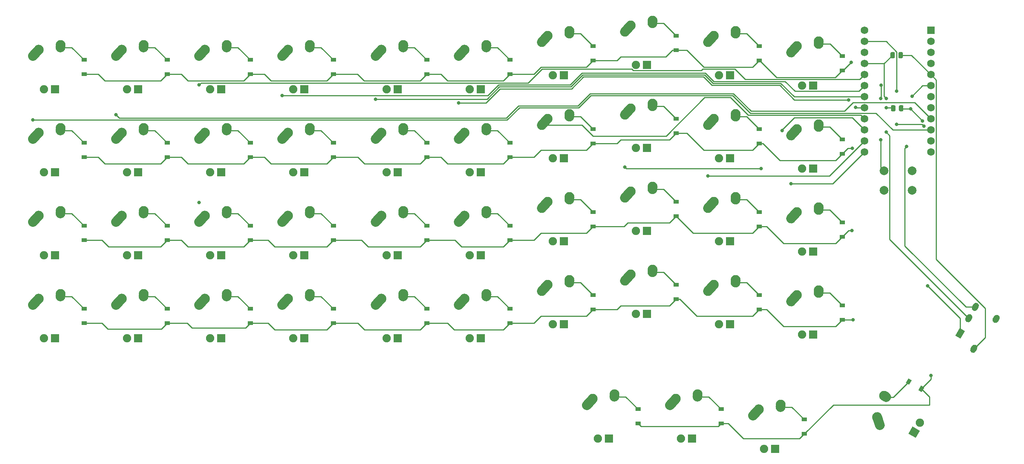
<source format=gbr>
%TF.GenerationSoftware,KiCad,Pcbnew,(5.1.9-0-10_14)*%
%TF.CreationDate,2021-04-10T22:10:23-05:00*%
%TF.ProjectId,wren-left,7772656e-2d6c-4656-9674-2e6b69636164,rev?*%
%TF.SameCoordinates,Original*%
%TF.FileFunction,Copper,L2,Bot*%
%TF.FilePolarity,Positive*%
%FSLAX46Y46*%
G04 Gerber Fmt 4.6, Leading zero omitted, Abs format (unit mm)*
G04 Created by KiCad (PCBNEW (5.1.9-0-10_14)) date 2021-04-10 22:10:23*
%MOMM*%
%LPD*%
G01*
G04 APERTURE LIST*
%TA.AperFunction,ComponentPad*%
%ADD10C,1.752600*%
%TD*%
%TA.AperFunction,ComponentPad*%
%ADD11R,1.752600X1.752600*%
%TD*%
%TA.AperFunction,ComponentPad*%
%ADD12C,2.000000*%
%TD*%
%TA.AperFunction,ComponentPad*%
%ADD13C,0.100000*%
%TD*%
%TA.AperFunction,ComponentPad*%
%ADD14C,1.905000*%
%TD*%
%TA.AperFunction,ComponentPad*%
%ADD15C,2.250000*%
%TD*%
%TA.AperFunction,ComponentPad*%
%ADD16R,1.905000X1.905000*%
%TD*%
%TA.AperFunction,SMDPad,CuDef*%
%ADD17R,1.200000X0.900000*%
%TD*%
%TA.AperFunction,SMDPad,CuDef*%
%ADD18C,0.100000*%
%TD*%
%TA.AperFunction,ViaPad*%
%ADD19C,0.800000*%
%TD*%
%TA.AperFunction,Conductor*%
%ADD20C,0.250000*%
%TD*%
G04 APERTURE END LIST*
D10*
%TO.P,U1,24*%
%TO.N,Net-(U1-Pad24)*%
X233680000Y-28098750D03*
%TO.P,U1,12*%
%TO.N,ROW4*%
X248920000Y-56038750D03*
%TO.P,U1,23*%
%TO.N,GND*%
X233680000Y-30638750D03*
%TO.P,U1,22*%
%TO.N,Net-(SW0-Pad1)*%
X233680000Y-33178750D03*
%TO.P,U1,21*%
%TO.N,VCC*%
X233680000Y-35718750D03*
%TO.P,U1,20*%
%TO.N,COL7*%
X233680000Y-38258750D03*
%TO.P,U1,19*%
%TO.N,COL6*%
X233680000Y-40798750D03*
%TO.P,U1,18*%
%TO.N,COL5*%
X233680000Y-43338750D03*
%TO.P,U1,17*%
%TO.N,COL4*%
X233680000Y-45878750D03*
%TO.P,U1,16*%
%TO.N,COL3*%
X233680000Y-48418750D03*
%TO.P,U1,15*%
%TO.N,COL2*%
X233680000Y-50958750D03*
%TO.P,U1,14*%
%TO.N,COL1*%
X233680000Y-53498750D03*
%TO.P,U1,13*%
%TO.N,COL0*%
X233680000Y-56038750D03*
%TO.P,U1,11*%
%TO.N,Net-(U1-Pad11)*%
X248920000Y-53498750D03*
%TO.P,U1,10*%
%TO.N,COL9*%
X248920000Y-50958750D03*
%TO.P,U1,9*%
%TO.N,COL8*%
X248920000Y-48418750D03*
%TO.P,U1,8*%
%TO.N,ROW3*%
X248920000Y-45878750D03*
%TO.P,U1,7*%
%TO.N,ROW2*%
X248920000Y-43338750D03*
%TO.P,U1,6*%
%TO.N,SCL*%
X248920000Y-40798750D03*
%TO.P,U1,5*%
%TO.N,SDA*%
X248920000Y-38258750D03*
%TO.P,U1,4*%
%TO.N,Net-(U1-Pad4)*%
X248920000Y-35718750D03*
%TO.P,U1,3*%
%TO.N,Net-(U1-Pad3)*%
X248920000Y-33178750D03*
%TO.P,U1,2*%
%TO.N,ROW1*%
X248920000Y-30638750D03*
D11*
%TO.P,U1,1*%
%TO.N,ROW0*%
X248920000Y-28098750D03*
%TD*%
D12*
%TO.P,SW0,1*%
%TO.N,Net-(SW0-Pad1)*%
X244625000Y-60325000D03*
%TO.P,SW0,2*%
%TO.N,GND*%
X244625000Y-64825000D03*
%TO.P,SW0,1*%
%TO.N,Net-(SW0-Pad1)*%
X238125000Y-60325000D03*
%TO.P,SW0,2*%
%TO.N,GND*%
X238125000Y-64825000D03*
%TD*%
%TA.AperFunction,ComponentPad*%
D13*
%TO.P,MX41,4*%
%TO.N,N/C*%
G36*
X245413048Y-121622241D02*
G01*
X243763270Y-120669741D01*
X244715770Y-119019963D01*
X246365548Y-119972463D01*
X245413048Y-121622241D01*
G37*
%TD.AperFunction*%
D14*
%TO.P,MX41,3*%
X246334409Y-118121398D03*
D15*
%TO.P,MX41,1*%
%TO.N,COL0*%
X236585898Y-116846314D03*
%TA.AperFunction,ComponentPad*%
G36*
G01*
X237544806Y-119780137D02*
X237544799Y-119780140D01*
G75*
G02*
X236125962Y-119060311I-349504J1069333D01*
G01*
X235516566Y-117195817D01*
G75*
G02*
X236236395Y-115776980I1069333J349504D01*
G01*
X236236395Y-115776980D01*
G75*
G02*
X237655232Y-116496809I349504J-1069333D01*
G01*
X238264628Y-118361303D01*
G75*
G02*
X237544799Y-119780140I-1069333J-349504D01*
G01*
G37*
%TD.AperFunction*%
%TO.P,MX41,2*%
%TO.N,Net-(D41-Pad2)*%
X238170591Y-111941545D03*
%TA.AperFunction,ComponentPad*%
G36*
G01*
X239586650Y-112893649D02*
X239586155Y-112894386D01*
G75*
G02*
X238024686Y-113199455I-933269J628200D01*
G01*
X237542392Y-112874813D01*
G75*
G02*
X237237323Y-111313344I628200J933269D01*
G01*
X237237323Y-111313344D01*
G75*
G02*
X238798792Y-111008275I933269J-628200D01*
G01*
X239281086Y-111332917D01*
G75*
G02*
X239586155Y-112894386I-628200J-933269D01*
G01*
G37*
%TD.AperFunction*%
%TD*%
%TO.P,J1,R2*%
%TO.N,SCL*%
%TA.AperFunction,ComponentPad*%
G36*
G01*
X259587500Y-90703046D02*
X259587500Y-90703046D01*
G75*
G02*
X259843718Y-91659264I-350000J-606218D01*
G01*
X259543718Y-92178880D01*
G75*
G02*
X258587500Y-92435098I-606218J350000D01*
G01*
X258587500Y-92435098D01*
G75*
G02*
X258331282Y-91478880I350000J606218D01*
G01*
X258631282Y-90959264D01*
G75*
G02*
X259587500Y-90703046I606218J-350000D01*
G01*
G37*
%TD.AperFunction*%
%TO.P,J1,R1*%
%TO.N,VCC*%
%TA.AperFunction,ComponentPad*%
G36*
G01*
X258087500Y-93301122D02*
X258087500Y-93301122D01*
G75*
G02*
X258343718Y-94257340I-350000J-606218D01*
G01*
X258043718Y-94776956D01*
G75*
G02*
X257087500Y-95033174I-606218J350000D01*
G01*
X257087500Y-95033174D01*
G75*
G02*
X256831282Y-94076956I350000J606218D01*
G01*
X257131282Y-93557340D01*
G75*
G02*
X258087500Y-93301122I606218J-350000D01*
G01*
G37*
%TD.AperFunction*%
%TA.AperFunction,ComponentPad*%
D13*
%TO.P,J1,T*%
%TO.N,GND*%
G36*
X255481282Y-96415225D02*
G01*
X256693718Y-97115225D01*
X255693718Y-98847275D01*
X254481282Y-98147275D01*
X255481282Y-96415225D01*
G37*
%TD.AperFunction*%
%TO.P,J1,S*%
%TO.N,SDA*%
%TA.AperFunction,ComponentPad*%
G36*
G01*
X259234614Y-100314262D02*
X259234614Y-100314262D01*
G75*
G02*
X259490832Y-101270480I-350000J-606218D01*
G01*
X259190832Y-101790096D01*
G75*
G02*
X258234614Y-102046314I-606218J350000D01*
G01*
X258234614Y-102046314D01*
G75*
G02*
X257978396Y-101090096I350000J606218D01*
G01*
X258278396Y-100570480D01*
G75*
G02*
X259234614Y-100314262I606218J-350000D01*
G01*
G37*
%TD.AperFunction*%
%TO.P,J1,*%
%TO.N,*%
%TA.AperFunction,ComponentPad*%
G36*
G01*
X264350640Y-93453046D02*
X264350640Y-93453046D01*
G75*
G02*
X264606858Y-94409264I-350000J-606218D01*
G01*
X264306858Y-94928880D01*
G75*
G02*
X263350640Y-95185098I-606218J350000D01*
G01*
X263350640Y-95185098D01*
G75*
G02*
X263094422Y-94228880I350000J606218D01*
G01*
X263394422Y-93709264D01*
G75*
G02*
X264350640Y-93453046I606218J-350000D01*
G01*
G37*
%TD.AperFunction*%
%TD*%
%TO.P,R2,2*%
%TO.N,VCC*%
%TA.AperFunction,SMDPad,CuDef*%
G36*
G01*
X240773000Y-45523999D02*
X240773000Y-46424001D01*
G75*
G02*
X240523001Y-46674000I-249999J0D01*
G01*
X239997999Y-46674000D01*
G75*
G02*
X239748000Y-46424001I0J249999D01*
G01*
X239748000Y-45523999D01*
G75*
G02*
X239997999Y-45274000I249999J0D01*
G01*
X240523001Y-45274000D01*
G75*
G02*
X240773000Y-45523999I0J-249999D01*
G01*
G37*
%TD.AperFunction*%
%TO.P,R2,1*%
%TO.N,SCL*%
%TA.AperFunction,SMDPad,CuDef*%
G36*
G01*
X242598000Y-45523999D02*
X242598000Y-46424001D01*
G75*
G02*
X242348001Y-46674000I-249999J0D01*
G01*
X241822999Y-46674000D01*
G75*
G02*
X241573000Y-46424001I0J249999D01*
G01*
X241573000Y-45523999D01*
G75*
G02*
X241822999Y-45274000I249999J0D01*
G01*
X242348001Y-45274000D01*
G75*
G02*
X242598000Y-45523999I0J-249999D01*
G01*
G37*
%TD.AperFunction*%
%TD*%
%TO.P,R1,2*%
%TO.N,VCC*%
%TA.AperFunction,SMDPad,CuDef*%
G36*
G01*
X240646000Y-33331999D02*
X240646000Y-34232001D01*
G75*
G02*
X240396001Y-34482000I-249999J0D01*
G01*
X239870999Y-34482000D01*
G75*
G02*
X239621000Y-34232001I0J249999D01*
G01*
X239621000Y-33331999D01*
G75*
G02*
X239870999Y-33082000I249999J0D01*
G01*
X240396001Y-33082000D01*
G75*
G02*
X240646000Y-33331999I0J-249999D01*
G01*
G37*
%TD.AperFunction*%
%TO.P,R1,1*%
%TO.N,SDA*%
%TA.AperFunction,SMDPad,CuDef*%
G36*
G01*
X242471000Y-33331999D02*
X242471000Y-34232001D01*
G75*
G02*
X242221001Y-34482000I-249999J0D01*
G01*
X241695999Y-34482000D01*
G75*
G02*
X241446000Y-34232001I0J249999D01*
G01*
X241446000Y-33331999D01*
G75*
G02*
X241695999Y-33082000I249999J0D01*
G01*
X242221001Y-33082000D01*
G75*
G02*
X242471000Y-33331999I0J-249999D01*
G01*
G37*
%TD.AperFunction*%
%TD*%
D16*
%TO.P,MX44,4*%
%TO.N,N/C*%
X175101250Y-121761250D03*
D14*
%TO.P,MX44,3*%
X172561250Y-121761250D03*
D15*
%TO.P,MX44,1*%
%TO.N,COL3*%
X171331250Y-112681250D03*
%TA.AperFunction,ComponentPad*%
G36*
G01*
X169269938Y-114978600D02*
X169269933Y-114978595D01*
G75*
G02*
X169183905Y-113389933I751317J837345D01*
G01*
X170493907Y-111929933D01*
G75*
G02*
X172082569Y-111843905I837345J-751317D01*
G01*
X172082569Y-111843905D01*
G75*
G02*
X172168597Y-113432567I-751317J-837345D01*
G01*
X170858595Y-114892567D01*
G75*
G02*
X169269933Y-114978595I-837345J751317D01*
G01*
G37*
%TD.AperFunction*%
%TO.P,MX44,2*%
%TO.N,Net-(D44-Pad2)*%
X176371250Y-111601250D03*
%TA.AperFunction,ComponentPad*%
G36*
G01*
X176254733Y-113303645D02*
X176253847Y-113303584D01*
G75*
G02*
X175208916Y-112103847I77403J1122334D01*
G01*
X175248916Y-111523847D01*
G75*
G02*
X176448653Y-110478916I1122334J-77403D01*
G01*
X176448653Y-110478916D01*
G75*
G02*
X177493584Y-111678653I-77403J-1122334D01*
G01*
X177453584Y-112258653D01*
G75*
G02*
X176253847Y-113303584I-1122334J77403D01*
G01*
G37*
%TD.AperFunction*%
%TD*%
D16*
%TO.P,MX43,4*%
%TO.N,N/C*%
X194151250Y-121761250D03*
D14*
%TO.P,MX43,3*%
X191611250Y-121761250D03*
D15*
%TO.P,MX43,1*%
%TO.N,COL2*%
X190381250Y-112681250D03*
%TA.AperFunction,ComponentPad*%
G36*
G01*
X188319938Y-114978600D02*
X188319933Y-114978595D01*
G75*
G02*
X188233905Y-113389933I751317J837345D01*
G01*
X189543907Y-111929933D01*
G75*
G02*
X191132569Y-111843905I837345J-751317D01*
G01*
X191132569Y-111843905D01*
G75*
G02*
X191218597Y-113432567I-751317J-837345D01*
G01*
X189908595Y-114892567D01*
G75*
G02*
X188319933Y-114978595I-837345J751317D01*
G01*
G37*
%TD.AperFunction*%
%TO.P,MX43,2*%
%TO.N,Net-(D43-Pad2)*%
X195421250Y-111601250D03*
%TA.AperFunction,ComponentPad*%
G36*
G01*
X195304733Y-113303645D02*
X195303847Y-113303584D01*
G75*
G02*
X194258916Y-112103847I77403J1122334D01*
G01*
X194298916Y-111523847D01*
G75*
G02*
X195498653Y-110478916I1122334J-77403D01*
G01*
X195498653Y-110478916D01*
G75*
G02*
X196543584Y-111678653I-77403J-1122334D01*
G01*
X196503584Y-112258653D01*
G75*
G02*
X195303847Y-113303584I-1122334J77403D01*
G01*
G37*
%TD.AperFunction*%
%TD*%
D16*
%TO.P,MX42,4*%
%TO.N,N/C*%
X213201250Y-124142500D03*
D14*
%TO.P,MX42,3*%
X210661250Y-124142500D03*
D15*
%TO.P,MX42,1*%
%TO.N,COL1*%
X209431250Y-115062500D03*
%TA.AperFunction,ComponentPad*%
G36*
G01*
X207369938Y-117359850D02*
X207369933Y-117359845D01*
G75*
G02*
X207283905Y-115771183I751317J837345D01*
G01*
X208593907Y-114311183D01*
G75*
G02*
X210182569Y-114225155I837345J-751317D01*
G01*
X210182569Y-114225155D01*
G75*
G02*
X210268597Y-115813817I-751317J-837345D01*
G01*
X208958595Y-117273817D01*
G75*
G02*
X207369933Y-117359845I-837345J751317D01*
G01*
G37*
%TD.AperFunction*%
%TO.P,MX42,2*%
%TO.N,Net-(D42-Pad2)*%
X214471250Y-113982500D03*
%TA.AperFunction,ComponentPad*%
G36*
G01*
X214354733Y-115684895D02*
X214353847Y-115684834D01*
G75*
G02*
X213308916Y-114485097I77403J1122334D01*
G01*
X213348916Y-113905097D01*
G75*
G02*
X214548653Y-112860166I1122334J-77403D01*
G01*
X214548653Y-112860166D01*
G75*
G02*
X215593584Y-114059903I-77403J-1122334D01*
G01*
X215553584Y-114639903D01*
G75*
G02*
X214353847Y-115684834I-1122334J77403D01*
G01*
G37*
%TD.AperFunction*%
%TD*%
D16*
%TO.P,MX40,4*%
%TO.N,N/C*%
X48101250Y-98742500D03*
D14*
%TO.P,MX40,3*%
X45561250Y-98742500D03*
D15*
%TO.P,MX40,1*%
%TO.N,COL9*%
X44331250Y-89662500D03*
%TA.AperFunction,ComponentPad*%
G36*
G01*
X42269938Y-91959850D02*
X42269933Y-91959845D01*
G75*
G02*
X42183905Y-90371183I751317J837345D01*
G01*
X43493907Y-88911183D01*
G75*
G02*
X45082569Y-88825155I837345J-751317D01*
G01*
X45082569Y-88825155D01*
G75*
G02*
X45168597Y-90413817I-751317J-837345D01*
G01*
X43858595Y-91873817D01*
G75*
G02*
X42269933Y-91959845I-837345J751317D01*
G01*
G37*
%TD.AperFunction*%
%TO.P,MX40,2*%
%TO.N,Net-(D40-Pad2)*%
X49371250Y-88582500D03*
%TA.AperFunction,ComponentPad*%
G36*
G01*
X49254733Y-90284895D02*
X49253847Y-90284834D01*
G75*
G02*
X48208916Y-89085097I77403J1122334D01*
G01*
X48248916Y-88505097D01*
G75*
G02*
X49448653Y-87460166I1122334J-77403D01*
G01*
X49448653Y-87460166D01*
G75*
G02*
X50493584Y-88659903I-77403J-1122334D01*
G01*
X50453584Y-89239903D01*
G75*
G02*
X49253847Y-90284834I-1122334J77403D01*
G01*
G37*
%TD.AperFunction*%
%TD*%
D16*
%TO.P,MX39,4*%
%TO.N,N/C*%
X67151250Y-98742500D03*
D14*
%TO.P,MX39,3*%
X64611250Y-98742500D03*
D15*
%TO.P,MX39,1*%
%TO.N,COL8*%
X63381250Y-89662500D03*
%TA.AperFunction,ComponentPad*%
G36*
G01*
X61319938Y-91959850D02*
X61319933Y-91959845D01*
G75*
G02*
X61233905Y-90371183I751317J837345D01*
G01*
X62543907Y-88911183D01*
G75*
G02*
X64132569Y-88825155I837345J-751317D01*
G01*
X64132569Y-88825155D01*
G75*
G02*
X64218597Y-90413817I-751317J-837345D01*
G01*
X62908595Y-91873817D01*
G75*
G02*
X61319933Y-91959845I-837345J751317D01*
G01*
G37*
%TD.AperFunction*%
%TO.P,MX39,2*%
%TO.N,Net-(D39-Pad2)*%
X68421250Y-88582500D03*
%TA.AperFunction,ComponentPad*%
G36*
G01*
X68304733Y-90284895D02*
X68303847Y-90284834D01*
G75*
G02*
X67258916Y-89085097I77403J1122334D01*
G01*
X67298916Y-88505097D01*
G75*
G02*
X68498653Y-87460166I1122334J-77403D01*
G01*
X68498653Y-87460166D01*
G75*
G02*
X69543584Y-88659903I-77403J-1122334D01*
G01*
X69503584Y-89239903D01*
G75*
G02*
X68303847Y-90284834I-1122334J77403D01*
G01*
G37*
%TD.AperFunction*%
%TD*%
D16*
%TO.P,MX38,4*%
%TO.N,N/C*%
X86201250Y-98742500D03*
D14*
%TO.P,MX38,3*%
X83661250Y-98742500D03*
D15*
%TO.P,MX38,1*%
%TO.N,COL7*%
X82431250Y-89662500D03*
%TA.AperFunction,ComponentPad*%
G36*
G01*
X80369938Y-91959850D02*
X80369933Y-91959845D01*
G75*
G02*
X80283905Y-90371183I751317J837345D01*
G01*
X81593907Y-88911183D01*
G75*
G02*
X83182569Y-88825155I837345J-751317D01*
G01*
X83182569Y-88825155D01*
G75*
G02*
X83268597Y-90413817I-751317J-837345D01*
G01*
X81958595Y-91873817D01*
G75*
G02*
X80369933Y-91959845I-837345J751317D01*
G01*
G37*
%TD.AperFunction*%
%TO.P,MX38,2*%
%TO.N,Net-(D38-Pad2)*%
X87471250Y-88582500D03*
%TA.AperFunction,ComponentPad*%
G36*
G01*
X87354733Y-90284895D02*
X87353847Y-90284834D01*
G75*
G02*
X86308916Y-89085097I77403J1122334D01*
G01*
X86348916Y-88505097D01*
G75*
G02*
X87548653Y-87460166I1122334J-77403D01*
G01*
X87548653Y-87460166D01*
G75*
G02*
X88593584Y-88659903I-77403J-1122334D01*
G01*
X88553584Y-89239903D01*
G75*
G02*
X87353847Y-90284834I-1122334J77403D01*
G01*
G37*
%TD.AperFunction*%
%TD*%
D16*
%TO.P,MX37,4*%
%TO.N,N/C*%
X105251250Y-98742500D03*
D14*
%TO.P,MX37,3*%
X102711250Y-98742500D03*
D15*
%TO.P,MX37,1*%
%TO.N,COL6*%
X101481250Y-89662500D03*
%TA.AperFunction,ComponentPad*%
G36*
G01*
X99419938Y-91959850D02*
X99419933Y-91959845D01*
G75*
G02*
X99333905Y-90371183I751317J837345D01*
G01*
X100643907Y-88911183D01*
G75*
G02*
X102232569Y-88825155I837345J-751317D01*
G01*
X102232569Y-88825155D01*
G75*
G02*
X102318597Y-90413817I-751317J-837345D01*
G01*
X101008595Y-91873817D01*
G75*
G02*
X99419933Y-91959845I-837345J751317D01*
G01*
G37*
%TD.AperFunction*%
%TO.P,MX37,2*%
%TO.N,Net-(D37-Pad2)*%
X106521250Y-88582500D03*
%TA.AperFunction,ComponentPad*%
G36*
G01*
X106404733Y-90284895D02*
X106403847Y-90284834D01*
G75*
G02*
X105358916Y-89085097I77403J1122334D01*
G01*
X105398916Y-88505097D01*
G75*
G02*
X106598653Y-87460166I1122334J-77403D01*
G01*
X106598653Y-87460166D01*
G75*
G02*
X107643584Y-88659903I-77403J-1122334D01*
G01*
X107603584Y-89239903D01*
G75*
G02*
X106403847Y-90284834I-1122334J77403D01*
G01*
G37*
%TD.AperFunction*%
%TD*%
D16*
%TO.P,MX36,4*%
%TO.N,N/C*%
X126682500Y-98742500D03*
D14*
%TO.P,MX36,3*%
X124142500Y-98742500D03*
D15*
%TO.P,MX36,1*%
%TO.N,COL5*%
X122912500Y-89662500D03*
%TA.AperFunction,ComponentPad*%
G36*
G01*
X120851188Y-91959850D02*
X120851183Y-91959845D01*
G75*
G02*
X120765155Y-90371183I751317J837345D01*
G01*
X122075157Y-88911183D01*
G75*
G02*
X123663819Y-88825155I837345J-751317D01*
G01*
X123663819Y-88825155D01*
G75*
G02*
X123749847Y-90413817I-751317J-837345D01*
G01*
X122439845Y-91873817D01*
G75*
G02*
X120851183Y-91959845I-837345J751317D01*
G01*
G37*
%TD.AperFunction*%
%TO.P,MX36,2*%
%TO.N,Net-(D36-Pad2)*%
X127952500Y-88582500D03*
%TA.AperFunction,ComponentPad*%
G36*
G01*
X127835983Y-90284895D02*
X127835097Y-90284834D01*
G75*
G02*
X126790166Y-89085097I77403J1122334D01*
G01*
X126830166Y-88505097D01*
G75*
G02*
X128029903Y-87460166I1122334J-77403D01*
G01*
X128029903Y-87460166D01*
G75*
G02*
X129074834Y-88659903I-77403J-1122334D01*
G01*
X129034834Y-89239903D01*
G75*
G02*
X127835097Y-90284834I-1122334J77403D01*
G01*
G37*
%TD.AperFunction*%
%TD*%
D16*
%TO.P,MX35,4*%
%TO.N,N/C*%
X145732500Y-98742500D03*
D14*
%TO.P,MX35,3*%
X143192500Y-98742500D03*
D15*
%TO.P,MX35,1*%
%TO.N,COL4*%
X141962500Y-89662500D03*
%TA.AperFunction,ComponentPad*%
G36*
G01*
X139901188Y-91959850D02*
X139901183Y-91959845D01*
G75*
G02*
X139815155Y-90371183I751317J837345D01*
G01*
X141125157Y-88911183D01*
G75*
G02*
X142713819Y-88825155I837345J-751317D01*
G01*
X142713819Y-88825155D01*
G75*
G02*
X142799847Y-90413817I-751317J-837345D01*
G01*
X141489845Y-91873817D01*
G75*
G02*
X139901183Y-91959845I-837345J751317D01*
G01*
G37*
%TD.AperFunction*%
%TO.P,MX35,2*%
%TO.N,Net-(D35-Pad2)*%
X147002500Y-88582500D03*
%TA.AperFunction,ComponentPad*%
G36*
G01*
X146885983Y-90284895D02*
X146885097Y-90284834D01*
G75*
G02*
X145840166Y-89085097I77403J1122334D01*
G01*
X145880166Y-88505097D01*
G75*
G02*
X147079903Y-87460166I1122334J-77403D01*
G01*
X147079903Y-87460166D01*
G75*
G02*
X148124834Y-88659903I-77403J-1122334D01*
G01*
X148084834Y-89239903D01*
G75*
G02*
X146885097Y-90284834I-1122334J77403D01*
G01*
G37*
%TD.AperFunction*%
%TD*%
D16*
%TO.P,MX34,4*%
%TO.N,N/C*%
X164782500Y-95567500D03*
D14*
%TO.P,MX34,3*%
X162242500Y-95567500D03*
D15*
%TO.P,MX34,1*%
%TO.N,COL3*%
X161012500Y-86487500D03*
%TA.AperFunction,ComponentPad*%
G36*
G01*
X158951188Y-88784850D02*
X158951183Y-88784845D01*
G75*
G02*
X158865155Y-87196183I751317J837345D01*
G01*
X160175157Y-85736183D01*
G75*
G02*
X161763819Y-85650155I837345J-751317D01*
G01*
X161763819Y-85650155D01*
G75*
G02*
X161849847Y-87238817I-751317J-837345D01*
G01*
X160539845Y-88698817D01*
G75*
G02*
X158951183Y-88784845I-837345J751317D01*
G01*
G37*
%TD.AperFunction*%
%TO.P,MX34,2*%
%TO.N,Net-(D34-Pad2)*%
X166052500Y-85407500D03*
%TA.AperFunction,ComponentPad*%
G36*
G01*
X165935983Y-87109895D02*
X165935097Y-87109834D01*
G75*
G02*
X164890166Y-85910097I77403J1122334D01*
G01*
X164930166Y-85330097D01*
G75*
G02*
X166129903Y-84285166I1122334J-77403D01*
G01*
X166129903Y-84285166D01*
G75*
G02*
X167174834Y-85484903I-77403J-1122334D01*
G01*
X167134834Y-86064903D01*
G75*
G02*
X165935097Y-87109834I-1122334J77403D01*
G01*
G37*
%TD.AperFunction*%
%TD*%
D16*
%TO.P,MX33,4*%
%TO.N,N/C*%
X183832500Y-93186250D03*
D14*
%TO.P,MX33,3*%
X181292500Y-93186250D03*
D15*
%TO.P,MX33,1*%
%TO.N,COL2*%
X180062500Y-84106250D03*
%TA.AperFunction,ComponentPad*%
G36*
G01*
X178001188Y-86403600D02*
X178001183Y-86403595D01*
G75*
G02*
X177915155Y-84814933I751317J837345D01*
G01*
X179225157Y-83354933D01*
G75*
G02*
X180813819Y-83268905I837345J-751317D01*
G01*
X180813819Y-83268905D01*
G75*
G02*
X180899847Y-84857567I-751317J-837345D01*
G01*
X179589845Y-86317567D01*
G75*
G02*
X178001183Y-86403595I-837345J751317D01*
G01*
G37*
%TD.AperFunction*%
%TO.P,MX33,2*%
%TO.N,Net-(D33-Pad2)*%
X185102500Y-83026250D03*
%TA.AperFunction,ComponentPad*%
G36*
G01*
X184985983Y-84728645D02*
X184985097Y-84728584D01*
G75*
G02*
X183940166Y-83528847I77403J1122334D01*
G01*
X183980166Y-82948847D01*
G75*
G02*
X185179903Y-81903916I1122334J-77403D01*
G01*
X185179903Y-81903916D01*
G75*
G02*
X186224834Y-83103653I-77403J-1122334D01*
G01*
X186184834Y-83683653D01*
G75*
G02*
X184985097Y-84728584I-1122334J77403D01*
G01*
G37*
%TD.AperFunction*%
%TD*%
D16*
%TO.P,MX32,4*%
%TO.N,N/C*%
X202882500Y-95567500D03*
D14*
%TO.P,MX32,3*%
X200342500Y-95567500D03*
D15*
%TO.P,MX32,1*%
%TO.N,COL1*%
X199112500Y-86487500D03*
%TA.AperFunction,ComponentPad*%
G36*
G01*
X197051188Y-88784850D02*
X197051183Y-88784845D01*
G75*
G02*
X196965155Y-87196183I751317J837345D01*
G01*
X198275157Y-85736183D01*
G75*
G02*
X199863819Y-85650155I837345J-751317D01*
G01*
X199863819Y-85650155D01*
G75*
G02*
X199949847Y-87238817I-751317J-837345D01*
G01*
X198639845Y-88698817D01*
G75*
G02*
X197051183Y-88784845I-837345J751317D01*
G01*
G37*
%TD.AperFunction*%
%TO.P,MX32,2*%
%TO.N,Net-(D32-Pad2)*%
X204152500Y-85407500D03*
%TA.AperFunction,ComponentPad*%
G36*
G01*
X204035983Y-87109895D02*
X204035097Y-87109834D01*
G75*
G02*
X202990166Y-85910097I77403J1122334D01*
G01*
X203030166Y-85330097D01*
G75*
G02*
X204229903Y-84285166I1122334J-77403D01*
G01*
X204229903Y-84285166D01*
G75*
G02*
X205274834Y-85484903I-77403J-1122334D01*
G01*
X205234834Y-86064903D01*
G75*
G02*
X204035097Y-87109834I-1122334J77403D01*
G01*
G37*
%TD.AperFunction*%
%TD*%
D16*
%TO.P,MX31,4*%
%TO.N,N/C*%
X221932500Y-97948750D03*
D14*
%TO.P,MX31,3*%
X219392500Y-97948750D03*
D15*
%TO.P,MX31,1*%
%TO.N,COL0*%
X218162500Y-88868750D03*
%TA.AperFunction,ComponentPad*%
G36*
G01*
X216101188Y-91166100D02*
X216101183Y-91166095D01*
G75*
G02*
X216015155Y-89577433I751317J837345D01*
G01*
X217325157Y-88117433D01*
G75*
G02*
X218913819Y-88031405I837345J-751317D01*
G01*
X218913819Y-88031405D01*
G75*
G02*
X218999847Y-89620067I-751317J-837345D01*
G01*
X217689845Y-91080067D01*
G75*
G02*
X216101183Y-91166095I-837345J751317D01*
G01*
G37*
%TD.AperFunction*%
%TO.P,MX31,2*%
%TO.N,Net-(D31-Pad2)*%
X223202500Y-87788750D03*
%TA.AperFunction,ComponentPad*%
G36*
G01*
X223085983Y-89491145D02*
X223085097Y-89491084D01*
G75*
G02*
X222040166Y-88291347I77403J1122334D01*
G01*
X222080166Y-87711347D01*
G75*
G02*
X223279903Y-86666416I1122334J-77403D01*
G01*
X223279903Y-86666416D01*
G75*
G02*
X224324834Y-87866153I-77403J-1122334D01*
G01*
X224284834Y-88446153D01*
G75*
G02*
X223085097Y-89491084I-1122334J77403D01*
G01*
G37*
%TD.AperFunction*%
%TD*%
D16*
%TO.P,MX30,4*%
%TO.N,N/C*%
X48101250Y-79692500D03*
D14*
%TO.P,MX30,3*%
X45561250Y-79692500D03*
D15*
%TO.P,MX30,1*%
%TO.N,COL9*%
X44331250Y-70612500D03*
%TA.AperFunction,ComponentPad*%
G36*
G01*
X42269938Y-72909850D02*
X42269933Y-72909845D01*
G75*
G02*
X42183905Y-71321183I751317J837345D01*
G01*
X43493907Y-69861183D01*
G75*
G02*
X45082569Y-69775155I837345J-751317D01*
G01*
X45082569Y-69775155D01*
G75*
G02*
X45168597Y-71363817I-751317J-837345D01*
G01*
X43858595Y-72823817D01*
G75*
G02*
X42269933Y-72909845I-837345J751317D01*
G01*
G37*
%TD.AperFunction*%
%TO.P,MX30,2*%
%TO.N,Net-(D30-Pad2)*%
X49371250Y-69532500D03*
%TA.AperFunction,ComponentPad*%
G36*
G01*
X49254733Y-71234895D02*
X49253847Y-71234834D01*
G75*
G02*
X48208916Y-70035097I77403J1122334D01*
G01*
X48248916Y-69455097D01*
G75*
G02*
X49448653Y-68410166I1122334J-77403D01*
G01*
X49448653Y-68410166D01*
G75*
G02*
X50493584Y-69609903I-77403J-1122334D01*
G01*
X50453584Y-70189903D01*
G75*
G02*
X49253847Y-71234834I-1122334J77403D01*
G01*
G37*
%TD.AperFunction*%
%TD*%
D16*
%TO.P,MX29,4*%
%TO.N,N/C*%
X67151250Y-79692500D03*
D14*
%TO.P,MX29,3*%
X64611250Y-79692500D03*
D15*
%TO.P,MX29,1*%
%TO.N,COL8*%
X63381250Y-70612500D03*
%TA.AperFunction,ComponentPad*%
G36*
G01*
X61319938Y-72909850D02*
X61319933Y-72909845D01*
G75*
G02*
X61233905Y-71321183I751317J837345D01*
G01*
X62543907Y-69861183D01*
G75*
G02*
X64132569Y-69775155I837345J-751317D01*
G01*
X64132569Y-69775155D01*
G75*
G02*
X64218597Y-71363817I-751317J-837345D01*
G01*
X62908595Y-72823817D01*
G75*
G02*
X61319933Y-72909845I-837345J751317D01*
G01*
G37*
%TD.AperFunction*%
%TO.P,MX29,2*%
%TO.N,Net-(D29-Pad2)*%
X68421250Y-69532500D03*
%TA.AperFunction,ComponentPad*%
G36*
G01*
X68304733Y-71234895D02*
X68303847Y-71234834D01*
G75*
G02*
X67258916Y-70035097I77403J1122334D01*
G01*
X67298916Y-69455097D01*
G75*
G02*
X68498653Y-68410166I1122334J-77403D01*
G01*
X68498653Y-68410166D01*
G75*
G02*
X69543584Y-69609903I-77403J-1122334D01*
G01*
X69503584Y-70189903D01*
G75*
G02*
X68303847Y-71234834I-1122334J77403D01*
G01*
G37*
%TD.AperFunction*%
%TD*%
D16*
%TO.P,MX28,4*%
%TO.N,N/C*%
X86201250Y-79692500D03*
D14*
%TO.P,MX28,3*%
X83661250Y-79692500D03*
D15*
%TO.P,MX28,1*%
%TO.N,COL7*%
X82431250Y-70612500D03*
%TA.AperFunction,ComponentPad*%
G36*
G01*
X80369938Y-72909850D02*
X80369933Y-72909845D01*
G75*
G02*
X80283905Y-71321183I751317J837345D01*
G01*
X81593907Y-69861183D01*
G75*
G02*
X83182569Y-69775155I837345J-751317D01*
G01*
X83182569Y-69775155D01*
G75*
G02*
X83268597Y-71363817I-751317J-837345D01*
G01*
X81958595Y-72823817D01*
G75*
G02*
X80369933Y-72909845I-837345J751317D01*
G01*
G37*
%TD.AperFunction*%
%TO.P,MX28,2*%
%TO.N,Net-(D28-Pad2)*%
X87471250Y-69532500D03*
%TA.AperFunction,ComponentPad*%
G36*
G01*
X87354733Y-71234895D02*
X87353847Y-71234834D01*
G75*
G02*
X86308916Y-70035097I77403J1122334D01*
G01*
X86348916Y-69455097D01*
G75*
G02*
X87548653Y-68410166I1122334J-77403D01*
G01*
X87548653Y-68410166D01*
G75*
G02*
X88593584Y-69609903I-77403J-1122334D01*
G01*
X88553584Y-70189903D01*
G75*
G02*
X87353847Y-71234834I-1122334J77403D01*
G01*
G37*
%TD.AperFunction*%
%TD*%
D16*
%TO.P,MX27,4*%
%TO.N,N/C*%
X105251250Y-79692500D03*
D14*
%TO.P,MX27,3*%
X102711250Y-79692500D03*
D15*
%TO.P,MX27,1*%
%TO.N,COL6*%
X101481250Y-70612500D03*
%TA.AperFunction,ComponentPad*%
G36*
G01*
X99419938Y-72909850D02*
X99419933Y-72909845D01*
G75*
G02*
X99333905Y-71321183I751317J837345D01*
G01*
X100643907Y-69861183D01*
G75*
G02*
X102232569Y-69775155I837345J-751317D01*
G01*
X102232569Y-69775155D01*
G75*
G02*
X102318597Y-71363817I-751317J-837345D01*
G01*
X101008595Y-72823817D01*
G75*
G02*
X99419933Y-72909845I-837345J751317D01*
G01*
G37*
%TD.AperFunction*%
%TO.P,MX27,2*%
%TO.N,Net-(D27-Pad2)*%
X106521250Y-69532500D03*
%TA.AperFunction,ComponentPad*%
G36*
G01*
X106404733Y-71234895D02*
X106403847Y-71234834D01*
G75*
G02*
X105358916Y-70035097I77403J1122334D01*
G01*
X105398916Y-69455097D01*
G75*
G02*
X106598653Y-68410166I1122334J-77403D01*
G01*
X106598653Y-68410166D01*
G75*
G02*
X107643584Y-69609903I-77403J-1122334D01*
G01*
X107603584Y-70189903D01*
G75*
G02*
X106403847Y-71234834I-1122334J77403D01*
G01*
G37*
%TD.AperFunction*%
%TD*%
D16*
%TO.P,MX26,4*%
%TO.N,N/C*%
X126682500Y-79692500D03*
D14*
%TO.P,MX26,3*%
X124142500Y-79692500D03*
D15*
%TO.P,MX26,1*%
%TO.N,COL5*%
X122912500Y-70612500D03*
%TA.AperFunction,ComponentPad*%
G36*
G01*
X120851188Y-72909850D02*
X120851183Y-72909845D01*
G75*
G02*
X120765155Y-71321183I751317J837345D01*
G01*
X122075157Y-69861183D01*
G75*
G02*
X123663819Y-69775155I837345J-751317D01*
G01*
X123663819Y-69775155D01*
G75*
G02*
X123749847Y-71363817I-751317J-837345D01*
G01*
X122439845Y-72823817D01*
G75*
G02*
X120851183Y-72909845I-837345J751317D01*
G01*
G37*
%TD.AperFunction*%
%TO.P,MX26,2*%
%TO.N,Net-(D26-Pad2)*%
X127952500Y-69532500D03*
%TA.AperFunction,ComponentPad*%
G36*
G01*
X127835983Y-71234895D02*
X127835097Y-71234834D01*
G75*
G02*
X126790166Y-70035097I77403J1122334D01*
G01*
X126830166Y-69455097D01*
G75*
G02*
X128029903Y-68410166I1122334J-77403D01*
G01*
X128029903Y-68410166D01*
G75*
G02*
X129074834Y-69609903I-77403J-1122334D01*
G01*
X129034834Y-70189903D01*
G75*
G02*
X127835097Y-71234834I-1122334J77403D01*
G01*
G37*
%TD.AperFunction*%
%TD*%
D16*
%TO.P,MX25,4*%
%TO.N,N/C*%
X145732500Y-79692500D03*
D14*
%TO.P,MX25,3*%
X143192500Y-79692500D03*
D15*
%TO.P,MX25,1*%
%TO.N,COL4*%
X141962500Y-70612500D03*
%TA.AperFunction,ComponentPad*%
G36*
G01*
X139901188Y-72909850D02*
X139901183Y-72909845D01*
G75*
G02*
X139815155Y-71321183I751317J837345D01*
G01*
X141125157Y-69861183D01*
G75*
G02*
X142713819Y-69775155I837345J-751317D01*
G01*
X142713819Y-69775155D01*
G75*
G02*
X142799847Y-71363817I-751317J-837345D01*
G01*
X141489845Y-72823817D01*
G75*
G02*
X139901183Y-72909845I-837345J751317D01*
G01*
G37*
%TD.AperFunction*%
%TO.P,MX25,2*%
%TO.N,Net-(D25-Pad2)*%
X147002500Y-69532500D03*
%TA.AperFunction,ComponentPad*%
G36*
G01*
X146885983Y-71234895D02*
X146885097Y-71234834D01*
G75*
G02*
X145840166Y-70035097I77403J1122334D01*
G01*
X145880166Y-69455097D01*
G75*
G02*
X147079903Y-68410166I1122334J-77403D01*
G01*
X147079903Y-68410166D01*
G75*
G02*
X148124834Y-69609903I-77403J-1122334D01*
G01*
X148084834Y-70189903D01*
G75*
G02*
X146885097Y-71234834I-1122334J77403D01*
G01*
G37*
%TD.AperFunction*%
%TD*%
D16*
%TO.P,MX24,4*%
%TO.N,N/C*%
X164782500Y-76517500D03*
D14*
%TO.P,MX24,3*%
X162242500Y-76517500D03*
D15*
%TO.P,MX24,1*%
%TO.N,COL3*%
X161012500Y-67437500D03*
%TA.AperFunction,ComponentPad*%
G36*
G01*
X158951188Y-69734850D02*
X158951183Y-69734845D01*
G75*
G02*
X158865155Y-68146183I751317J837345D01*
G01*
X160175157Y-66686183D01*
G75*
G02*
X161763819Y-66600155I837345J-751317D01*
G01*
X161763819Y-66600155D01*
G75*
G02*
X161849847Y-68188817I-751317J-837345D01*
G01*
X160539845Y-69648817D01*
G75*
G02*
X158951183Y-69734845I-837345J751317D01*
G01*
G37*
%TD.AperFunction*%
%TO.P,MX24,2*%
%TO.N,Net-(D24-Pad2)*%
X166052500Y-66357500D03*
%TA.AperFunction,ComponentPad*%
G36*
G01*
X165935983Y-68059895D02*
X165935097Y-68059834D01*
G75*
G02*
X164890166Y-66860097I77403J1122334D01*
G01*
X164930166Y-66280097D01*
G75*
G02*
X166129903Y-65235166I1122334J-77403D01*
G01*
X166129903Y-65235166D01*
G75*
G02*
X167174834Y-66434903I-77403J-1122334D01*
G01*
X167134834Y-67014903D01*
G75*
G02*
X165935097Y-68059834I-1122334J77403D01*
G01*
G37*
%TD.AperFunction*%
%TD*%
D16*
%TO.P,MX23,4*%
%TO.N,N/C*%
X183832500Y-74136250D03*
D14*
%TO.P,MX23,3*%
X181292500Y-74136250D03*
D15*
%TO.P,MX23,1*%
%TO.N,COL2*%
X180062500Y-65056250D03*
%TA.AperFunction,ComponentPad*%
G36*
G01*
X178001188Y-67353600D02*
X178001183Y-67353595D01*
G75*
G02*
X177915155Y-65764933I751317J837345D01*
G01*
X179225157Y-64304933D01*
G75*
G02*
X180813819Y-64218905I837345J-751317D01*
G01*
X180813819Y-64218905D01*
G75*
G02*
X180899847Y-65807567I-751317J-837345D01*
G01*
X179589845Y-67267567D01*
G75*
G02*
X178001183Y-67353595I-837345J751317D01*
G01*
G37*
%TD.AperFunction*%
%TO.P,MX23,2*%
%TO.N,Net-(D23-Pad2)*%
X185102500Y-63976250D03*
%TA.AperFunction,ComponentPad*%
G36*
G01*
X184985983Y-65678645D02*
X184985097Y-65678584D01*
G75*
G02*
X183940166Y-64478847I77403J1122334D01*
G01*
X183980166Y-63898847D01*
G75*
G02*
X185179903Y-62853916I1122334J-77403D01*
G01*
X185179903Y-62853916D01*
G75*
G02*
X186224834Y-64053653I-77403J-1122334D01*
G01*
X186184834Y-64633653D01*
G75*
G02*
X184985097Y-65678584I-1122334J77403D01*
G01*
G37*
%TD.AperFunction*%
%TD*%
D16*
%TO.P,MX22,4*%
%TO.N,N/C*%
X202882500Y-76517500D03*
D14*
%TO.P,MX22,3*%
X200342500Y-76517500D03*
D15*
%TO.P,MX22,1*%
%TO.N,COL1*%
X199112500Y-67437500D03*
%TA.AperFunction,ComponentPad*%
G36*
G01*
X197051188Y-69734850D02*
X197051183Y-69734845D01*
G75*
G02*
X196965155Y-68146183I751317J837345D01*
G01*
X198275157Y-66686183D01*
G75*
G02*
X199863819Y-66600155I837345J-751317D01*
G01*
X199863819Y-66600155D01*
G75*
G02*
X199949847Y-68188817I-751317J-837345D01*
G01*
X198639845Y-69648817D01*
G75*
G02*
X197051183Y-69734845I-837345J751317D01*
G01*
G37*
%TD.AperFunction*%
%TO.P,MX22,2*%
%TO.N,Net-(D22-Pad2)*%
X204152500Y-66357500D03*
%TA.AperFunction,ComponentPad*%
G36*
G01*
X204035983Y-68059895D02*
X204035097Y-68059834D01*
G75*
G02*
X202990166Y-66860097I77403J1122334D01*
G01*
X203030166Y-66280097D01*
G75*
G02*
X204229903Y-65235166I1122334J-77403D01*
G01*
X204229903Y-65235166D01*
G75*
G02*
X205274834Y-66434903I-77403J-1122334D01*
G01*
X205234834Y-67014903D01*
G75*
G02*
X204035097Y-68059834I-1122334J77403D01*
G01*
G37*
%TD.AperFunction*%
%TD*%
D16*
%TO.P,MX21,4*%
%TO.N,N/C*%
X221932500Y-78898750D03*
D14*
%TO.P,MX21,3*%
X219392500Y-78898750D03*
D15*
%TO.P,MX21,1*%
%TO.N,COL0*%
X218162500Y-69818750D03*
%TA.AperFunction,ComponentPad*%
G36*
G01*
X216101188Y-72116100D02*
X216101183Y-72116095D01*
G75*
G02*
X216015155Y-70527433I751317J837345D01*
G01*
X217325157Y-69067433D01*
G75*
G02*
X218913819Y-68981405I837345J-751317D01*
G01*
X218913819Y-68981405D01*
G75*
G02*
X218999847Y-70570067I-751317J-837345D01*
G01*
X217689845Y-72030067D01*
G75*
G02*
X216101183Y-72116095I-837345J751317D01*
G01*
G37*
%TD.AperFunction*%
%TO.P,MX21,2*%
%TO.N,Net-(D21-Pad2)*%
X223202500Y-68738750D03*
%TA.AperFunction,ComponentPad*%
G36*
G01*
X223085983Y-70441145D02*
X223085097Y-70441084D01*
G75*
G02*
X222040166Y-69241347I77403J1122334D01*
G01*
X222080166Y-68661347D01*
G75*
G02*
X223279903Y-67616416I1122334J-77403D01*
G01*
X223279903Y-67616416D01*
G75*
G02*
X224324834Y-68816153I-77403J-1122334D01*
G01*
X224284834Y-69396153D01*
G75*
G02*
X223085097Y-70441084I-1122334J77403D01*
G01*
G37*
%TD.AperFunction*%
%TD*%
D16*
%TO.P,MX20,4*%
%TO.N,N/C*%
X48101250Y-60642500D03*
D14*
%TO.P,MX20,3*%
X45561250Y-60642500D03*
D15*
%TO.P,MX20,1*%
%TO.N,COL9*%
X44331250Y-51562500D03*
%TA.AperFunction,ComponentPad*%
G36*
G01*
X42269938Y-53859850D02*
X42269933Y-53859845D01*
G75*
G02*
X42183905Y-52271183I751317J837345D01*
G01*
X43493907Y-50811183D01*
G75*
G02*
X45082569Y-50725155I837345J-751317D01*
G01*
X45082569Y-50725155D01*
G75*
G02*
X45168597Y-52313817I-751317J-837345D01*
G01*
X43858595Y-53773817D01*
G75*
G02*
X42269933Y-53859845I-837345J751317D01*
G01*
G37*
%TD.AperFunction*%
%TO.P,MX20,2*%
%TO.N,Net-(D20-Pad2)*%
X49371250Y-50482500D03*
%TA.AperFunction,ComponentPad*%
G36*
G01*
X49254733Y-52184895D02*
X49253847Y-52184834D01*
G75*
G02*
X48208916Y-50985097I77403J1122334D01*
G01*
X48248916Y-50405097D01*
G75*
G02*
X49448653Y-49360166I1122334J-77403D01*
G01*
X49448653Y-49360166D01*
G75*
G02*
X50493584Y-50559903I-77403J-1122334D01*
G01*
X50453584Y-51139903D01*
G75*
G02*
X49253847Y-52184834I-1122334J77403D01*
G01*
G37*
%TD.AperFunction*%
%TD*%
D16*
%TO.P,MX19,4*%
%TO.N,N/C*%
X67151250Y-60642500D03*
D14*
%TO.P,MX19,3*%
X64611250Y-60642500D03*
D15*
%TO.P,MX19,1*%
%TO.N,COL8*%
X63381250Y-51562500D03*
%TA.AperFunction,ComponentPad*%
G36*
G01*
X61319938Y-53859850D02*
X61319933Y-53859845D01*
G75*
G02*
X61233905Y-52271183I751317J837345D01*
G01*
X62543907Y-50811183D01*
G75*
G02*
X64132569Y-50725155I837345J-751317D01*
G01*
X64132569Y-50725155D01*
G75*
G02*
X64218597Y-52313817I-751317J-837345D01*
G01*
X62908595Y-53773817D01*
G75*
G02*
X61319933Y-53859845I-837345J751317D01*
G01*
G37*
%TD.AperFunction*%
%TO.P,MX19,2*%
%TO.N,Net-(D19-Pad2)*%
X68421250Y-50482500D03*
%TA.AperFunction,ComponentPad*%
G36*
G01*
X68304733Y-52184895D02*
X68303847Y-52184834D01*
G75*
G02*
X67258916Y-50985097I77403J1122334D01*
G01*
X67298916Y-50405097D01*
G75*
G02*
X68498653Y-49360166I1122334J-77403D01*
G01*
X68498653Y-49360166D01*
G75*
G02*
X69543584Y-50559903I-77403J-1122334D01*
G01*
X69503584Y-51139903D01*
G75*
G02*
X68303847Y-52184834I-1122334J77403D01*
G01*
G37*
%TD.AperFunction*%
%TD*%
D16*
%TO.P,MX18,4*%
%TO.N,N/C*%
X86201250Y-60642500D03*
D14*
%TO.P,MX18,3*%
X83661250Y-60642500D03*
D15*
%TO.P,MX18,1*%
%TO.N,COL7*%
X82431250Y-51562500D03*
%TA.AperFunction,ComponentPad*%
G36*
G01*
X80369938Y-53859850D02*
X80369933Y-53859845D01*
G75*
G02*
X80283905Y-52271183I751317J837345D01*
G01*
X81593907Y-50811183D01*
G75*
G02*
X83182569Y-50725155I837345J-751317D01*
G01*
X83182569Y-50725155D01*
G75*
G02*
X83268597Y-52313817I-751317J-837345D01*
G01*
X81958595Y-53773817D01*
G75*
G02*
X80369933Y-53859845I-837345J751317D01*
G01*
G37*
%TD.AperFunction*%
%TO.P,MX18,2*%
%TO.N,Net-(D18-Pad2)*%
X87471250Y-50482500D03*
%TA.AperFunction,ComponentPad*%
G36*
G01*
X87354733Y-52184895D02*
X87353847Y-52184834D01*
G75*
G02*
X86308916Y-50985097I77403J1122334D01*
G01*
X86348916Y-50405097D01*
G75*
G02*
X87548653Y-49360166I1122334J-77403D01*
G01*
X87548653Y-49360166D01*
G75*
G02*
X88593584Y-50559903I-77403J-1122334D01*
G01*
X88553584Y-51139903D01*
G75*
G02*
X87353847Y-52184834I-1122334J77403D01*
G01*
G37*
%TD.AperFunction*%
%TD*%
D16*
%TO.P,MX17,4*%
%TO.N,N/C*%
X105251250Y-60642500D03*
D14*
%TO.P,MX17,3*%
X102711250Y-60642500D03*
D15*
%TO.P,MX17,1*%
%TO.N,COL6*%
X101481250Y-51562500D03*
%TA.AperFunction,ComponentPad*%
G36*
G01*
X99419938Y-53859850D02*
X99419933Y-53859845D01*
G75*
G02*
X99333905Y-52271183I751317J837345D01*
G01*
X100643907Y-50811183D01*
G75*
G02*
X102232569Y-50725155I837345J-751317D01*
G01*
X102232569Y-50725155D01*
G75*
G02*
X102318597Y-52313817I-751317J-837345D01*
G01*
X101008595Y-53773817D01*
G75*
G02*
X99419933Y-53859845I-837345J751317D01*
G01*
G37*
%TD.AperFunction*%
%TO.P,MX17,2*%
%TO.N,Net-(D17-Pad2)*%
X106521250Y-50482500D03*
%TA.AperFunction,ComponentPad*%
G36*
G01*
X106404733Y-52184895D02*
X106403847Y-52184834D01*
G75*
G02*
X105358916Y-50985097I77403J1122334D01*
G01*
X105398916Y-50405097D01*
G75*
G02*
X106598653Y-49360166I1122334J-77403D01*
G01*
X106598653Y-49360166D01*
G75*
G02*
X107643584Y-50559903I-77403J-1122334D01*
G01*
X107603584Y-51139903D01*
G75*
G02*
X106403847Y-52184834I-1122334J77403D01*
G01*
G37*
%TD.AperFunction*%
%TD*%
D16*
%TO.P,MX16,4*%
%TO.N,N/C*%
X126682500Y-60642500D03*
D14*
%TO.P,MX16,3*%
X124142500Y-60642500D03*
D15*
%TO.P,MX16,1*%
%TO.N,COL5*%
X122912500Y-51562500D03*
%TA.AperFunction,ComponentPad*%
G36*
G01*
X120851188Y-53859850D02*
X120851183Y-53859845D01*
G75*
G02*
X120765155Y-52271183I751317J837345D01*
G01*
X122075157Y-50811183D01*
G75*
G02*
X123663819Y-50725155I837345J-751317D01*
G01*
X123663819Y-50725155D01*
G75*
G02*
X123749847Y-52313817I-751317J-837345D01*
G01*
X122439845Y-53773817D01*
G75*
G02*
X120851183Y-53859845I-837345J751317D01*
G01*
G37*
%TD.AperFunction*%
%TO.P,MX16,2*%
%TO.N,Net-(D16-Pad2)*%
X127952500Y-50482500D03*
%TA.AperFunction,ComponentPad*%
G36*
G01*
X127835983Y-52184895D02*
X127835097Y-52184834D01*
G75*
G02*
X126790166Y-50985097I77403J1122334D01*
G01*
X126830166Y-50405097D01*
G75*
G02*
X128029903Y-49360166I1122334J-77403D01*
G01*
X128029903Y-49360166D01*
G75*
G02*
X129074834Y-50559903I-77403J-1122334D01*
G01*
X129034834Y-51139903D01*
G75*
G02*
X127835097Y-52184834I-1122334J77403D01*
G01*
G37*
%TD.AperFunction*%
%TD*%
D16*
%TO.P,MX15,4*%
%TO.N,N/C*%
X145732500Y-60642500D03*
D14*
%TO.P,MX15,3*%
X143192500Y-60642500D03*
D15*
%TO.P,MX15,1*%
%TO.N,COL4*%
X141962500Y-51562500D03*
%TA.AperFunction,ComponentPad*%
G36*
G01*
X139901188Y-53859850D02*
X139901183Y-53859845D01*
G75*
G02*
X139815155Y-52271183I751317J837345D01*
G01*
X141125157Y-50811183D01*
G75*
G02*
X142713819Y-50725155I837345J-751317D01*
G01*
X142713819Y-50725155D01*
G75*
G02*
X142799847Y-52313817I-751317J-837345D01*
G01*
X141489845Y-53773817D01*
G75*
G02*
X139901183Y-53859845I-837345J751317D01*
G01*
G37*
%TD.AperFunction*%
%TO.P,MX15,2*%
%TO.N,Net-(D15-Pad2)*%
X147002500Y-50482500D03*
%TA.AperFunction,ComponentPad*%
G36*
G01*
X146885983Y-52184895D02*
X146885097Y-52184834D01*
G75*
G02*
X145840166Y-50985097I77403J1122334D01*
G01*
X145880166Y-50405097D01*
G75*
G02*
X147079903Y-49360166I1122334J-77403D01*
G01*
X147079903Y-49360166D01*
G75*
G02*
X148124834Y-50559903I-77403J-1122334D01*
G01*
X148084834Y-51139903D01*
G75*
G02*
X146885097Y-52184834I-1122334J77403D01*
G01*
G37*
%TD.AperFunction*%
%TD*%
D16*
%TO.P,MX14,4*%
%TO.N,N/C*%
X164782500Y-57467500D03*
D14*
%TO.P,MX14,3*%
X162242500Y-57467500D03*
D15*
%TO.P,MX14,1*%
%TO.N,COL3*%
X161012500Y-48387500D03*
%TA.AperFunction,ComponentPad*%
G36*
G01*
X158951188Y-50684850D02*
X158951183Y-50684845D01*
G75*
G02*
X158865155Y-49096183I751317J837345D01*
G01*
X160175157Y-47636183D01*
G75*
G02*
X161763819Y-47550155I837345J-751317D01*
G01*
X161763819Y-47550155D01*
G75*
G02*
X161849847Y-49138817I-751317J-837345D01*
G01*
X160539845Y-50598817D01*
G75*
G02*
X158951183Y-50684845I-837345J751317D01*
G01*
G37*
%TD.AperFunction*%
%TO.P,MX14,2*%
%TO.N,Net-(D14-Pad2)*%
X166052500Y-47307500D03*
%TA.AperFunction,ComponentPad*%
G36*
G01*
X165935983Y-49009895D02*
X165935097Y-49009834D01*
G75*
G02*
X164890166Y-47810097I77403J1122334D01*
G01*
X164930166Y-47230097D01*
G75*
G02*
X166129903Y-46185166I1122334J-77403D01*
G01*
X166129903Y-46185166D01*
G75*
G02*
X167174834Y-47384903I-77403J-1122334D01*
G01*
X167134834Y-47964903D01*
G75*
G02*
X165935097Y-49009834I-1122334J77403D01*
G01*
G37*
%TD.AperFunction*%
%TD*%
D16*
%TO.P,MX13,4*%
%TO.N,N/C*%
X183832500Y-55086250D03*
D14*
%TO.P,MX13,3*%
X181292500Y-55086250D03*
D15*
%TO.P,MX13,1*%
%TO.N,COL2*%
X180062500Y-46006250D03*
%TA.AperFunction,ComponentPad*%
G36*
G01*
X178001188Y-48303600D02*
X178001183Y-48303595D01*
G75*
G02*
X177915155Y-46714933I751317J837345D01*
G01*
X179225157Y-45254933D01*
G75*
G02*
X180813819Y-45168905I837345J-751317D01*
G01*
X180813819Y-45168905D01*
G75*
G02*
X180899847Y-46757567I-751317J-837345D01*
G01*
X179589845Y-48217567D01*
G75*
G02*
X178001183Y-48303595I-837345J751317D01*
G01*
G37*
%TD.AperFunction*%
%TO.P,MX13,2*%
%TO.N,Net-(D13-Pad2)*%
X185102500Y-44926250D03*
%TA.AperFunction,ComponentPad*%
G36*
G01*
X184985983Y-46628645D02*
X184985097Y-46628584D01*
G75*
G02*
X183940166Y-45428847I77403J1122334D01*
G01*
X183980166Y-44848847D01*
G75*
G02*
X185179903Y-43803916I1122334J-77403D01*
G01*
X185179903Y-43803916D01*
G75*
G02*
X186224834Y-45003653I-77403J-1122334D01*
G01*
X186184834Y-45583653D01*
G75*
G02*
X184985097Y-46628584I-1122334J77403D01*
G01*
G37*
%TD.AperFunction*%
%TD*%
D16*
%TO.P,MX12,4*%
%TO.N,N/C*%
X202882500Y-57467500D03*
D14*
%TO.P,MX12,3*%
X200342500Y-57467500D03*
D15*
%TO.P,MX12,1*%
%TO.N,COL1*%
X199112500Y-48387500D03*
%TA.AperFunction,ComponentPad*%
G36*
G01*
X197051188Y-50684850D02*
X197051183Y-50684845D01*
G75*
G02*
X196965155Y-49096183I751317J837345D01*
G01*
X198275157Y-47636183D01*
G75*
G02*
X199863819Y-47550155I837345J-751317D01*
G01*
X199863819Y-47550155D01*
G75*
G02*
X199949847Y-49138817I-751317J-837345D01*
G01*
X198639845Y-50598817D01*
G75*
G02*
X197051183Y-50684845I-837345J751317D01*
G01*
G37*
%TD.AperFunction*%
%TO.P,MX12,2*%
%TO.N,Net-(D12-Pad2)*%
X204152500Y-47307500D03*
%TA.AperFunction,ComponentPad*%
G36*
G01*
X204035983Y-49009895D02*
X204035097Y-49009834D01*
G75*
G02*
X202990166Y-47810097I77403J1122334D01*
G01*
X203030166Y-47230097D01*
G75*
G02*
X204229903Y-46185166I1122334J-77403D01*
G01*
X204229903Y-46185166D01*
G75*
G02*
X205274834Y-47384903I-77403J-1122334D01*
G01*
X205234834Y-47964903D01*
G75*
G02*
X204035097Y-49009834I-1122334J77403D01*
G01*
G37*
%TD.AperFunction*%
%TD*%
D16*
%TO.P,MX11,4*%
%TO.N,N/C*%
X221932500Y-59848750D03*
D14*
%TO.P,MX11,3*%
X219392500Y-59848750D03*
D15*
%TO.P,MX11,1*%
%TO.N,COL0*%
X218162500Y-50768750D03*
%TA.AperFunction,ComponentPad*%
G36*
G01*
X216101188Y-53066100D02*
X216101183Y-53066095D01*
G75*
G02*
X216015155Y-51477433I751317J837345D01*
G01*
X217325157Y-50017433D01*
G75*
G02*
X218913819Y-49931405I837345J-751317D01*
G01*
X218913819Y-49931405D01*
G75*
G02*
X218999847Y-51520067I-751317J-837345D01*
G01*
X217689845Y-52980067D01*
G75*
G02*
X216101183Y-53066095I-837345J751317D01*
G01*
G37*
%TD.AperFunction*%
%TO.P,MX11,2*%
%TO.N,Net-(D11-Pad2)*%
X223202500Y-49688750D03*
%TA.AperFunction,ComponentPad*%
G36*
G01*
X223085983Y-51391145D02*
X223085097Y-51391084D01*
G75*
G02*
X222040166Y-50191347I77403J1122334D01*
G01*
X222080166Y-49611347D01*
G75*
G02*
X223279903Y-48566416I1122334J-77403D01*
G01*
X223279903Y-48566416D01*
G75*
G02*
X224324834Y-49766153I-77403J-1122334D01*
G01*
X224284834Y-50346153D01*
G75*
G02*
X223085097Y-51391084I-1122334J77403D01*
G01*
G37*
%TD.AperFunction*%
%TD*%
D16*
%TO.P,MX10,4*%
%TO.N,N/C*%
X48101250Y-41592500D03*
D14*
%TO.P,MX10,3*%
X45561250Y-41592500D03*
D15*
%TO.P,MX10,1*%
%TO.N,COL9*%
X44331250Y-32512500D03*
%TA.AperFunction,ComponentPad*%
G36*
G01*
X42269938Y-34809850D02*
X42269933Y-34809845D01*
G75*
G02*
X42183905Y-33221183I751317J837345D01*
G01*
X43493907Y-31761183D01*
G75*
G02*
X45082569Y-31675155I837345J-751317D01*
G01*
X45082569Y-31675155D01*
G75*
G02*
X45168597Y-33263817I-751317J-837345D01*
G01*
X43858595Y-34723817D01*
G75*
G02*
X42269933Y-34809845I-837345J751317D01*
G01*
G37*
%TD.AperFunction*%
%TO.P,MX10,2*%
%TO.N,Net-(D10-Pad2)*%
X49371250Y-31432500D03*
%TA.AperFunction,ComponentPad*%
G36*
G01*
X49254733Y-33134895D02*
X49253847Y-33134834D01*
G75*
G02*
X48208916Y-31935097I77403J1122334D01*
G01*
X48248916Y-31355097D01*
G75*
G02*
X49448653Y-30310166I1122334J-77403D01*
G01*
X49448653Y-30310166D01*
G75*
G02*
X50493584Y-31509903I-77403J-1122334D01*
G01*
X50453584Y-32089903D01*
G75*
G02*
X49253847Y-33134834I-1122334J77403D01*
G01*
G37*
%TD.AperFunction*%
%TD*%
D16*
%TO.P,MX9,4*%
%TO.N,N/C*%
X67151250Y-41592500D03*
D14*
%TO.P,MX9,3*%
X64611250Y-41592500D03*
D15*
%TO.P,MX9,1*%
%TO.N,COL8*%
X63381250Y-32512500D03*
%TA.AperFunction,ComponentPad*%
G36*
G01*
X61319938Y-34809850D02*
X61319933Y-34809845D01*
G75*
G02*
X61233905Y-33221183I751317J837345D01*
G01*
X62543907Y-31761183D01*
G75*
G02*
X64132569Y-31675155I837345J-751317D01*
G01*
X64132569Y-31675155D01*
G75*
G02*
X64218597Y-33263817I-751317J-837345D01*
G01*
X62908595Y-34723817D01*
G75*
G02*
X61319933Y-34809845I-837345J751317D01*
G01*
G37*
%TD.AperFunction*%
%TO.P,MX9,2*%
%TO.N,Net-(D9-Pad2)*%
X68421250Y-31432500D03*
%TA.AperFunction,ComponentPad*%
G36*
G01*
X68304733Y-33134895D02*
X68303847Y-33134834D01*
G75*
G02*
X67258916Y-31935097I77403J1122334D01*
G01*
X67298916Y-31355097D01*
G75*
G02*
X68498653Y-30310166I1122334J-77403D01*
G01*
X68498653Y-30310166D01*
G75*
G02*
X69543584Y-31509903I-77403J-1122334D01*
G01*
X69503584Y-32089903D01*
G75*
G02*
X68303847Y-33134834I-1122334J77403D01*
G01*
G37*
%TD.AperFunction*%
%TD*%
D16*
%TO.P,MX8,4*%
%TO.N,N/C*%
X86201250Y-41592500D03*
D14*
%TO.P,MX8,3*%
X83661250Y-41592500D03*
D15*
%TO.P,MX8,1*%
%TO.N,COL7*%
X82431250Y-32512500D03*
%TA.AperFunction,ComponentPad*%
G36*
G01*
X80369938Y-34809850D02*
X80369933Y-34809845D01*
G75*
G02*
X80283905Y-33221183I751317J837345D01*
G01*
X81593907Y-31761183D01*
G75*
G02*
X83182569Y-31675155I837345J-751317D01*
G01*
X83182569Y-31675155D01*
G75*
G02*
X83268597Y-33263817I-751317J-837345D01*
G01*
X81958595Y-34723817D01*
G75*
G02*
X80369933Y-34809845I-837345J751317D01*
G01*
G37*
%TD.AperFunction*%
%TO.P,MX8,2*%
%TO.N,Net-(D8-Pad2)*%
X87471250Y-31432500D03*
%TA.AperFunction,ComponentPad*%
G36*
G01*
X87354733Y-33134895D02*
X87353847Y-33134834D01*
G75*
G02*
X86308916Y-31935097I77403J1122334D01*
G01*
X86348916Y-31355097D01*
G75*
G02*
X87548653Y-30310166I1122334J-77403D01*
G01*
X87548653Y-30310166D01*
G75*
G02*
X88593584Y-31509903I-77403J-1122334D01*
G01*
X88553584Y-32089903D01*
G75*
G02*
X87353847Y-33134834I-1122334J77403D01*
G01*
G37*
%TD.AperFunction*%
%TD*%
D16*
%TO.P,MX7,4*%
%TO.N,N/C*%
X105251250Y-41592500D03*
D14*
%TO.P,MX7,3*%
X102711250Y-41592500D03*
D15*
%TO.P,MX7,1*%
%TO.N,COL6*%
X101481250Y-32512500D03*
%TA.AperFunction,ComponentPad*%
G36*
G01*
X99419938Y-34809850D02*
X99419933Y-34809845D01*
G75*
G02*
X99333905Y-33221183I751317J837345D01*
G01*
X100643907Y-31761183D01*
G75*
G02*
X102232569Y-31675155I837345J-751317D01*
G01*
X102232569Y-31675155D01*
G75*
G02*
X102318597Y-33263817I-751317J-837345D01*
G01*
X101008595Y-34723817D01*
G75*
G02*
X99419933Y-34809845I-837345J751317D01*
G01*
G37*
%TD.AperFunction*%
%TO.P,MX7,2*%
%TO.N,Net-(D7-Pad2)*%
X106521250Y-31432500D03*
%TA.AperFunction,ComponentPad*%
G36*
G01*
X106404733Y-33134895D02*
X106403847Y-33134834D01*
G75*
G02*
X105358916Y-31935097I77403J1122334D01*
G01*
X105398916Y-31355097D01*
G75*
G02*
X106598653Y-30310166I1122334J-77403D01*
G01*
X106598653Y-30310166D01*
G75*
G02*
X107643584Y-31509903I-77403J-1122334D01*
G01*
X107603584Y-32089903D01*
G75*
G02*
X106403847Y-33134834I-1122334J77403D01*
G01*
G37*
%TD.AperFunction*%
%TD*%
D16*
%TO.P,MX6,4*%
%TO.N,N/C*%
X126682500Y-41592500D03*
D14*
%TO.P,MX6,3*%
X124142500Y-41592500D03*
D15*
%TO.P,MX6,1*%
%TO.N,COL5*%
X122912500Y-32512500D03*
%TA.AperFunction,ComponentPad*%
G36*
G01*
X120851188Y-34809850D02*
X120851183Y-34809845D01*
G75*
G02*
X120765155Y-33221183I751317J837345D01*
G01*
X122075157Y-31761183D01*
G75*
G02*
X123663819Y-31675155I837345J-751317D01*
G01*
X123663819Y-31675155D01*
G75*
G02*
X123749847Y-33263817I-751317J-837345D01*
G01*
X122439845Y-34723817D01*
G75*
G02*
X120851183Y-34809845I-837345J751317D01*
G01*
G37*
%TD.AperFunction*%
%TO.P,MX6,2*%
%TO.N,Net-(D6-Pad2)*%
X127952500Y-31432500D03*
%TA.AperFunction,ComponentPad*%
G36*
G01*
X127835983Y-33134895D02*
X127835097Y-33134834D01*
G75*
G02*
X126790166Y-31935097I77403J1122334D01*
G01*
X126830166Y-31355097D01*
G75*
G02*
X128029903Y-30310166I1122334J-77403D01*
G01*
X128029903Y-30310166D01*
G75*
G02*
X129074834Y-31509903I-77403J-1122334D01*
G01*
X129034834Y-32089903D01*
G75*
G02*
X127835097Y-33134834I-1122334J77403D01*
G01*
G37*
%TD.AperFunction*%
%TD*%
D16*
%TO.P,MX5,4*%
%TO.N,N/C*%
X145732500Y-41592500D03*
D14*
%TO.P,MX5,3*%
X143192500Y-41592500D03*
D15*
%TO.P,MX5,1*%
%TO.N,COL4*%
X141962500Y-32512500D03*
%TA.AperFunction,ComponentPad*%
G36*
G01*
X139901188Y-34809850D02*
X139901183Y-34809845D01*
G75*
G02*
X139815155Y-33221183I751317J837345D01*
G01*
X141125157Y-31761183D01*
G75*
G02*
X142713819Y-31675155I837345J-751317D01*
G01*
X142713819Y-31675155D01*
G75*
G02*
X142799847Y-33263817I-751317J-837345D01*
G01*
X141489845Y-34723817D01*
G75*
G02*
X139901183Y-34809845I-837345J751317D01*
G01*
G37*
%TD.AperFunction*%
%TO.P,MX5,2*%
%TO.N,Net-(D5-Pad2)*%
X147002500Y-31432500D03*
%TA.AperFunction,ComponentPad*%
G36*
G01*
X146885983Y-33134895D02*
X146885097Y-33134834D01*
G75*
G02*
X145840166Y-31935097I77403J1122334D01*
G01*
X145880166Y-31355097D01*
G75*
G02*
X147079903Y-30310166I1122334J-77403D01*
G01*
X147079903Y-30310166D01*
G75*
G02*
X148124834Y-31509903I-77403J-1122334D01*
G01*
X148084834Y-32089903D01*
G75*
G02*
X146885097Y-33134834I-1122334J77403D01*
G01*
G37*
%TD.AperFunction*%
%TD*%
D16*
%TO.P,MX4,4*%
%TO.N,N/C*%
X164782500Y-38417500D03*
D14*
%TO.P,MX4,3*%
X162242500Y-38417500D03*
D15*
%TO.P,MX4,1*%
%TO.N,COL3*%
X161012500Y-29337500D03*
%TA.AperFunction,ComponentPad*%
G36*
G01*
X158951188Y-31634850D02*
X158951183Y-31634845D01*
G75*
G02*
X158865155Y-30046183I751317J837345D01*
G01*
X160175157Y-28586183D01*
G75*
G02*
X161763819Y-28500155I837345J-751317D01*
G01*
X161763819Y-28500155D01*
G75*
G02*
X161849847Y-30088817I-751317J-837345D01*
G01*
X160539845Y-31548817D01*
G75*
G02*
X158951183Y-31634845I-837345J751317D01*
G01*
G37*
%TD.AperFunction*%
%TO.P,MX4,2*%
%TO.N,Net-(D4-Pad2)*%
X166052500Y-28257500D03*
%TA.AperFunction,ComponentPad*%
G36*
G01*
X165935983Y-29959895D02*
X165935097Y-29959834D01*
G75*
G02*
X164890166Y-28760097I77403J1122334D01*
G01*
X164930166Y-28180097D01*
G75*
G02*
X166129903Y-27135166I1122334J-77403D01*
G01*
X166129903Y-27135166D01*
G75*
G02*
X167174834Y-28334903I-77403J-1122334D01*
G01*
X167134834Y-28914903D01*
G75*
G02*
X165935097Y-29959834I-1122334J77403D01*
G01*
G37*
%TD.AperFunction*%
%TD*%
D16*
%TO.P,MX3,4*%
%TO.N,N/C*%
X183832500Y-36036250D03*
D14*
%TO.P,MX3,3*%
X181292500Y-36036250D03*
D15*
%TO.P,MX3,1*%
%TO.N,COL2*%
X180062500Y-26956250D03*
%TA.AperFunction,ComponentPad*%
G36*
G01*
X178001188Y-29253600D02*
X178001183Y-29253595D01*
G75*
G02*
X177915155Y-27664933I751317J837345D01*
G01*
X179225157Y-26204933D01*
G75*
G02*
X180813819Y-26118905I837345J-751317D01*
G01*
X180813819Y-26118905D01*
G75*
G02*
X180899847Y-27707567I-751317J-837345D01*
G01*
X179589845Y-29167567D01*
G75*
G02*
X178001183Y-29253595I-837345J751317D01*
G01*
G37*
%TD.AperFunction*%
%TO.P,MX3,2*%
%TO.N,Net-(D3-Pad2)*%
X185102500Y-25876250D03*
%TA.AperFunction,ComponentPad*%
G36*
G01*
X184985983Y-27578645D02*
X184985097Y-27578584D01*
G75*
G02*
X183940166Y-26378847I77403J1122334D01*
G01*
X183980166Y-25798847D01*
G75*
G02*
X185179903Y-24753916I1122334J-77403D01*
G01*
X185179903Y-24753916D01*
G75*
G02*
X186224834Y-25953653I-77403J-1122334D01*
G01*
X186184834Y-26533653D01*
G75*
G02*
X184985097Y-27578584I-1122334J77403D01*
G01*
G37*
%TD.AperFunction*%
%TD*%
D16*
%TO.P,MX2,4*%
%TO.N,N/C*%
X202882500Y-38417500D03*
D14*
%TO.P,MX2,3*%
X200342500Y-38417500D03*
D15*
%TO.P,MX2,1*%
%TO.N,COL1*%
X199112500Y-29337500D03*
%TA.AperFunction,ComponentPad*%
G36*
G01*
X197051188Y-31634850D02*
X197051183Y-31634845D01*
G75*
G02*
X196965155Y-30046183I751317J837345D01*
G01*
X198275157Y-28586183D01*
G75*
G02*
X199863819Y-28500155I837345J-751317D01*
G01*
X199863819Y-28500155D01*
G75*
G02*
X199949847Y-30088817I-751317J-837345D01*
G01*
X198639845Y-31548817D01*
G75*
G02*
X197051183Y-31634845I-837345J751317D01*
G01*
G37*
%TD.AperFunction*%
%TO.P,MX2,2*%
%TO.N,Net-(D2-Pad2)*%
X204152500Y-28257500D03*
%TA.AperFunction,ComponentPad*%
G36*
G01*
X204035983Y-29959895D02*
X204035097Y-29959834D01*
G75*
G02*
X202990166Y-28760097I77403J1122334D01*
G01*
X203030166Y-28180097D01*
G75*
G02*
X204229903Y-27135166I1122334J-77403D01*
G01*
X204229903Y-27135166D01*
G75*
G02*
X205274834Y-28334903I-77403J-1122334D01*
G01*
X205234834Y-28914903D01*
G75*
G02*
X204035097Y-29959834I-1122334J77403D01*
G01*
G37*
%TD.AperFunction*%
%TD*%
D16*
%TO.P,MX1,4*%
%TO.N,N/C*%
X221932500Y-40798750D03*
D14*
%TO.P,MX1,3*%
X219392500Y-40798750D03*
D15*
%TO.P,MX1,1*%
%TO.N,COL0*%
X218162500Y-31718750D03*
%TA.AperFunction,ComponentPad*%
G36*
G01*
X216101188Y-34016100D02*
X216101183Y-34016095D01*
G75*
G02*
X216015155Y-32427433I751317J837345D01*
G01*
X217325157Y-30967433D01*
G75*
G02*
X218913819Y-30881405I837345J-751317D01*
G01*
X218913819Y-30881405D01*
G75*
G02*
X218999847Y-32470067I-751317J-837345D01*
G01*
X217689845Y-33930067D01*
G75*
G02*
X216101183Y-34016095I-837345J751317D01*
G01*
G37*
%TD.AperFunction*%
%TO.P,MX1,2*%
%TO.N,Net-(D1-Pad2)*%
X223202500Y-30638750D03*
%TA.AperFunction,ComponentPad*%
G36*
G01*
X223085983Y-32341145D02*
X223085097Y-32341084D01*
G75*
G02*
X222040166Y-31141347I77403J1122334D01*
G01*
X222080166Y-30561347D01*
G75*
G02*
X223279903Y-29516416I1122334J-77403D01*
G01*
X223279903Y-29516416D01*
G75*
G02*
X224324834Y-30716153I-77403J-1122334D01*
G01*
X224284834Y-31296153D01*
G75*
G02*
X223085097Y-32341084I-1122334J77403D01*
G01*
G37*
%TD.AperFunction*%
%TD*%
D17*
%TO.P,D44,2*%
%TO.N,Net-(D44-Pad2)*%
X181768750Y-115031250D03*
%TO.P,D44,1*%
%TO.N,ROW4*%
X181768750Y-118331250D03*
%TD*%
%TO.P,D43,2*%
%TO.N,Net-(D43-Pad2)*%
X200818750Y-115031250D03*
%TO.P,D43,1*%
%TO.N,ROW4*%
X200818750Y-118331250D03*
%TD*%
%TO.P,D42,2*%
%TO.N,Net-(D42-Pad2)*%
X219868750Y-117412500D03*
%TO.P,D42,1*%
%TO.N,ROW4*%
X219868750Y-120712500D03*
%TD*%
%TA.AperFunction,SMDPad,CuDef*%
D18*
%TO.P,D41,2*%
%TO.N,Net-(D41-Pad2)*%
G36*
X244529519Y-108417885D02*
G01*
X243929519Y-109457115D01*
X243150097Y-109007115D01*
X243750097Y-107967885D01*
X244529519Y-108417885D01*
G37*
%TD.AperFunction*%
%TA.AperFunction,SMDPad,CuDef*%
%TO.P,D41,1*%
%TO.N,ROW4*%
G36*
X247387403Y-110067885D02*
G01*
X246787403Y-111107115D01*
X246007981Y-110657115D01*
X246607981Y-109617885D01*
X247387403Y-110067885D01*
G37*
%TD.AperFunction*%
%TD*%
D17*
%TO.P,D40,2*%
%TO.N,Net-(D40-Pad2)*%
X54768750Y-92012500D03*
%TO.P,D40,1*%
%TO.N,ROW3*%
X54768750Y-95312500D03*
%TD*%
%TO.P,D39,2*%
%TO.N,Net-(D39-Pad2)*%
X73818750Y-92012500D03*
%TO.P,D39,1*%
%TO.N,ROW3*%
X73818750Y-95312500D03*
%TD*%
%TO.P,D38,2*%
%TO.N,Net-(D38-Pad2)*%
X92868750Y-92012500D03*
%TO.P,D38,1*%
%TO.N,ROW3*%
X92868750Y-95312500D03*
%TD*%
%TO.P,D37,2*%
%TO.N,Net-(D37-Pad2)*%
X111918750Y-92012500D03*
%TO.P,D37,1*%
%TO.N,ROW3*%
X111918750Y-95312500D03*
%TD*%
%TO.P,D36,2*%
%TO.N,Net-(D36-Pad2)*%
X133350000Y-92012500D03*
%TO.P,D36,1*%
%TO.N,ROW3*%
X133350000Y-95312500D03*
%TD*%
%TO.P,D35,2*%
%TO.N,Net-(D35-Pad2)*%
X152400000Y-92012500D03*
%TO.P,D35,1*%
%TO.N,ROW3*%
X152400000Y-95312500D03*
%TD*%
%TO.P,D34,2*%
%TO.N,Net-(D34-Pad2)*%
X171450000Y-88837500D03*
%TO.P,D34,1*%
%TO.N,ROW3*%
X171450000Y-92137500D03*
%TD*%
%TO.P,D33,2*%
%TO.N,Net-(D33-Pad2)*%
X190500000Y-86456250D03*
%TO.P,D33,1*%
%TO.N,ROW3*%
X190500000Y-89756250D03*
%TD*%
%TO.P,D32,2*%
%TO.N,Net-(D32-Pad2)*%
X209550000Y-88837500D03*
%TO.P,D32,1*%
%TO.N,ROW3*%
X209550000Y-92137500D03*
%TD*%
%TO.P,D31,2*%
%TO.N,Net-(D31-Pad2)*%
X228600000Y-91218750D03*
%TO.P,D31,1*%
%TO.N,ROW3*%
X228600000Y-94518750D03*
%TD*%
%TO.P,D30,2*%
%TO.N,Net-(D30-Pad2)*%
X54768750Y-72962500D03*
%TO.P,D30,1*%
%TO.N,ROW2*%
X54768750Y-76262500D03*
%TD*%
%TO.P,D29,2*%
%TO.N,Net-(D29-Pad2)*%
X73818750Y-72962500D03*
%TO.P,D29,1*%
%TO.N,ROW2*%
X73818750Y-76262500D03*
%TD*%
%TO.P,D28,2*%
%TO.N,Net-(D28-Pad2)*%
X92868750Y-72962500D03*
%TO.P,D28,1*%
%TO.N,ROW2*%
X92868750Y-76262500D03*
%TD*%
%TO.P,D27,2*%
%TO.N,Net-(D27-Pad2)*%
X111918750Y-72962500D03*
%TO.P,D27,1*%
%TO.N,ROW2*%
X111918750Y-76262500D03*
%TD*%
%TO.P,D26,2*%
%TO.N,Net-(D26-Pad2)*%
X133350000Y-72962500D03*
%TO.P,D26,1*%
%TO.N,ROW2*%
X133350000Y-76262500D03*
%TD*%
%TO.P,D25,2*%
%TO.N,Net-(D25-Pad2)*%
X152400000Y-72962500D03*
%TO.P,D25,1*%
%TO.N,ROW2*%
X152400000Y-76262500D03*
%TD*%
%TO.P,D24,2*%
%TO.N,Net-(D24-Pad2)*%
X171450000Y-69787500D03*
%TO.P,D24,1*%
%TO.N,ROW2*%
X171450000Y-73087500D03*
%TD*%
%TO.P,D23,2*%
%TO.N,Net-(D23-Pad2)*%
X190500000Y-67406250D03*
%TO.P,D23,1*%
%TO.N,ROW2*%
X190500000Y-70706250D03*
%TD*%
%TO.P,D22,2*%
%TO.N,Net-(D22-Pad2)*%
X209550000Y-69787500D03*
%TO.P,D22,1*%
%TO.N,ROW2*%
X209550000Y-73087500D03*
%TD*%
%TO.P,D21,2*%
%TO.N,Net-(D21-Pad2)*%
X228600000Y-72168750D03*
%TO.P,D21,1*%
%TO.N,ROW2*%
X228600000Y-75468750D03*
%TD*%
%TO.P,D20,2*%
%TO.N,Net-(D20-Pad2)*%
X54768750Y-53912500D03*
%TO.P,D20,1*%
%TO.N,ROW1*%
X54768750Y-57212500D03*
%TD*%
%TO.P,D19,2*%
%TO.N,Net-(D19-Pad2)*%
X73818750Y-53912500D03*
%TO.P,D19,1*%
%TO.N,ROW1*%
X73818750Y-57212500D03*
%TD*%
%TO.P,D18,2*%
%TO.N,Net-(D18-Pad2)*%
X92868750Y-53912500D03*
%TO.P,D18,1*%
%TO.N,ROW1*%
X92868750Y-57212500D03*
%TD*%
%TO.P,D17,2*%
%TO.N,Net-(D17-Pad2)*%
X111918750Y-53912500D03*
%TO.P,D17,1*%
%TO.N,ROW1*%
X111918750Y-57212500D03*
%TD*%
%TO.P,D16,2*%
%TO.N,Net-(D16-Pad2)*%
X133350000Y-53912500D03*
%TO.P,D16,1*%
%TO.N,ROW1*%
X133350000Y-57212500D03*
%TD*%
%TO.P,D15,2*%
%TO.N,Net-(D15-Pad2)*%
X152400000Y-53912500D03*
%TO.P,D15,1*%
%TO.N,ROW1*%
X152400000Y-57212500D03*
%TD*%
%TO.P,D14,2*%
%TO.N,Net-(D14-Pad2)*%
X171450000Y-50737500D03*
%TO.P,D14,1*%
%TO.N,ROW1*%
X171450000Y-54037500D03*
%TD*%
%TO.P,D13,2*%
%TO.N,Net-(D13-Pad2)*%
X190500000Y-48356250D03*
%TO.P,D13,1*%
%TO.N,ROW1*%
X190500000Y-51656250D03*
%TD*%
%TO.P,D12,2*%
%TO.N,Net-(D12-Pad2)*%
X209550000Y-50737500D03*
%TO.P,D12,1*%
%TO.N,ROW1*%
X209550000Y-54037500D03*
%TD*%
%TO.P,D11,2*%
%TO.N,Net-(D11-Pad2)*%
X228600000Y-53118750D03*
%TO.P,D11,1*%
%TO.N,ROW1*%
X228600000Y-56418750D03*
%TD*%
%TO.P,D10,2*%
%TO.N,Net-(D10-Pad2)*%
X54768750Y-34862500D03*
%TO.P,D10,1*%
%TO.N,ROW0*%
X54768750Y-38162500D03*
%TD*%
%TO.P,D9,2*%
%TO.N,Net-(D9-Pad2)*%
X73818750Y-34862500D03*
%TO.P,D9,1*%
%TO.N,ROW0*%
X73818750Y-38162500D03*
%TD*%
%TO.P,D8,2*%
%TO.N,Net-(D8-Pad2)*%
X92868750Y-34862500D03*
%TO.P,D8,1*%
%TO.N,ROW0*%
X92868750Y-38162500D03*
%TD*%
%TO.P,D7,2*%
%TO.N,Net-(D7-Pad2)*%
X111918750Y-34862500D03*
%TO.P,D7,1*%
%TO.N,ROW0*%
X111918750Y-38162500D03*
%TD*%
%TO.P,D6,2*%
%TO.N,Net-(D6-Pad2)*%
X133350000Y-34862500D03*
%TO.P,D6,1*%
%TO.N,ROW0*%
X133350000Y-38162500D03*
%TD*%
%TO.P,D5,2*%
%TO.N,Net-(D5-Pad2)*%
X152400000Y-34862500D03*
%TO.P,D5,1*%
%TO.N,ROW0*%
X152400000Y-38162500D03*
%TD*%
%TO.P,D4,2*%
%TO.N,Net-(D4-Pad2)*%
X171450000Y-31687500D03*
%TO.P,D4,1*%
%TO.N,ROW0*%
X171450000Y-34987500D03*
%TD*%
%TO.P,D3,2*%
%TO.N,Net-(D3-Pad2)*%
X190500000Y-29306250D03*
%TO.P,D3,1*%
%TO.N,ROW0*%
X190500000Y-32606250D03*
%TD*%
%TO.P,D2,2*%
%TO.N,Net-(D2-Pad2)*%
X209550000Y-31687500D03*
%TO.P,D2,1*%
%TO.N,ROW0*%
X209550000Y-34987500D03*
%TD*%
%TO.P,D1,2*%
%TO.N,Net-(D1-Pad2)*%
X228600000Y-34006250D03*
%TO.P,D1,1*%
%TO.N,ROW0*%
X228600000Y-37306250D03*
%TD*%
D19*
%TO.N,ROW0*%
X230632000Y-35433000D03*
%TO.N,ROW1*%
X230886000Y-55118000D03*
%TO.N,ROW2*%
X230759000Y-74041000D03*
%TO.N,ROW3*%
X231013000Y-94488000D03*
%TO.N,ROW4*%
X248920000Y-107315000D03*
%TO.N,COL0*%
X216852500Y-63309500D03*
%TO.N,COL1*%
X197802500Y-61531500D03*
%TO.N,COL2*%
X214757000Y-51054000D03*
X209931000Y-59817000D03*
X178752500Y-59499500D03*
%TO.N,COL4*%
X231648000Y-45720000D03*
X229997000Y-44063750D03*
X140652500Y-44767500D03*
%TO.N,COL5*%
X121602500Y-43878500D03*
%TO.N,COL6*%
X100171250Y-43084750D03*
%TO.N,COL7*%
X81121250Y-67595750D03*
X81121250Y-40608250D03*
%TO.N,COL8*%
X62071250Y-47466250D03*
%TO.N,COL9*%
X43021250Y-48672750D03*
%TO.N,VCC*%
X238633000Y-43688000D03*
X238633000Y-45847000D03*
X238633000Y-51435000D03*
%TO.N,SCL*%
X244602000Y-43180000D03*
X244221000Y-46101000D03*
X246972028Y-48852028D03*
X243332000Y-54737000D03*
%TO.N,GND*%
X241046000Y-42037000D03*
X241046000Y-49657000D03*
X247269000Y-50038000D03*
X248158000Y-86741000D03*
%TO.N,Net-(SW0-Pad1)*%
X237471750Y-40640000D03*
X237363000Y-43688000D03*
X237363000Y-53213000D03*
%TD*%
D20*
%TO.N,Net-(D1-Pad2)*%
X225812500Y-31218750D02*
X228600000Y-34006250D01*
X223162500Y-31218750D02*
X225812500Y-31218750D01*
%TO.N,ROW0*%
X54768750Y-38162500D02*
X58006250Y-38162500D01*
X58006250Y-38162500D02*
X59531250Y-39687500D01*
X72293750Y-39687500D02*
X73818750Y-38162500D01*
X59531250Y-39687500D02*
X72293750Y-39687500D01*
X73818750Y-38162500D02*
X77056250Y-38162500D01*
X77056250Y-38162500D02*
X78581250Y-39687500D01*
X91343750Y-39687500D02*
X92868750Y-38162500D01*
X78581250Y-39687500D02*
X91343750Y-39687500D01*
X92868750Y-38162500D02*
X96106250Y-38162500D01*
X96106250Y-38162500D02*
X97631250Y-39687500D01*
X110393750Y-39687500D02*
X111918750Y-38162500D01*
X97631250Y-39687500D02*
X110393750Y-39687500D01*
X131825000Y-39687500D02*
X133350000Y-38162500D01*
X118937500Y-39687500D02*
X131825000Y-39687500D01*
X117412500Y-38162500D02*
X118937500Y-39687500D01*
X111918750Y-38162500D02*
X117412500Y-38162500D01*
X138112500Y-39687500D02*
X150875000Y-39687500D01*
X150875000Y-39687500D02*
X152400000Y-38162500D01*
X136587500Y-38162500D02*
X138112500Y-39687500D01*
X133350000Y-38162500D02*
X136587500Y-38162500D01*
X159543750Y-36512500D02*
X169925000Y-36512500D01*
X169925000Y-36512500D02*
X171450000Y-34987500D01*
X157893750Y-38162500D02*
X159543750Y-36512500D01*
X152400000Y-38162500D02*
X157893750Y-38162500D01*
X171450000Y-34987500D02*
X176943750Y-34987500D01*
X176943750Y-34987500D02*
X177800000Y-34131250D01*
X188125000Y-34131250D02*
X189650000Y-32606250D01*
X189650000Y-32606250D02*
X190500000Y-32606250D01*
X177800000Y-34131250D02*
X188125000Y-34131250D01*
X190500000Y-32606250D02*
X192943750Y-32606250D01*
X192943750Y-32606250D02*
X196850000Y-36512500D01*
X208025000Y-36512500D02*
X209550000Y-34987500D01*
X196850000Y-36512500D02*
X208025000Y-36512500D01*
X209550000Y-34987500D02*
X209612500Y-34987500D01*
X209612500Y-34987500D02*
X213518750Y-38893750D01*
X227012500Y-38893750D02*
X228600000Y-37306250D01*
X213518750Y-38893750D02*
X227012500Y-38893750D01*
X228758750Y-37306250D02*
X228600000Y-37306250D01*
X230632000Y-35433000D02*
X228758750Y-37306250D01*
%TO.N,Net-(D2-Pad2)*%
X206700000Y-28837500D02*
X209550000Y-31687500D01*
X204112500Y-28837500D02*
X206700000Y-28837500D01*
%TO.N,Net-(D3-Pad2)*%
X185062500Y-26456250D02*
X185268750Y-26456250D01*
X187650000Y-26456250D02*
X190500000Y-29306250D01*
X185062500Y-26456250D02*
X187650000Y-26456250D01*
%TO.N,Net-(D4-Pad2)*%
X168600000Y-28837500D02*
X171450000Y-31687500D01*
X166012500Y-28837500D02*
X168600000Y-28837500D01*
%TO.N,Net-(D5-Pad2)*%
X149550000Y-32012500D02*
X152400000Y-34862500D01*
X146962500Y-32012500D02*
X149550000Y-32012500D01*
%TO.N,Net-(D6-Pad2)*%
X130500000Y-32012500D02*
X133350000Y-34862500D01*
X127912500Y-32012500D02*
X130500000Y-32012500D01*
%TO.N,Net-(D7-Pad2)*%
X109068750Y-32012500D02*
X111918750Y-34862500D01*
X106481250Y-32012500D02*
X109068750Y-32012500D01*
%TO.N,Net-(D8-Pad2)*%
X90018750Y-32012500D02*
X92868750Y-34862500D01*
X87431250Y-32012500D02*
X90018750Y-32012500D01*
%TO.N,Net-(D9-Pad2)*%
X70968750Y-32012500D02*
X73818750Y-34862500D01*
X68381250Y-32012500D02*
X70968750Y-32012500D01*
%TO.N,Net-(D10-Pad2)*%
X51918750Y-32012500D02*
X54768750Y-34862500D01*
X49331250Y-32012500D02*
X51918750Y-32012500D01*
%TO.N,Net-(D11-Pad2)*%
X225750000Y-50268750D02*
X228600000Y-53118750D01*
X223162500Y-50268750D02*
X225750000Y-50268750D01*
%TO.N,ROW1*%
X54768750Y-57212500D02*
X58006250Y-57212500D01*
X58006250Y-57212500D02*
X59531250Y-58737500D01*
X72293750Y-58737500D02*
X73818750Y-57212500D01*
X59531250Y-58737500D02*
X72293750Y-58737500D01*
X73818750Y-57212500D02*
X77056250Y-57212500D01*
X77056250Y-57212500D02*
X78581250Y-58737500D01*
X91343750Y-58737500D02*
X92868750Y-57212500D01*
X78581250Y-58737500D02*
X91343750Y-58737500D01*
X92868750Y-57212500D02*
X96106250Y-57212500D01*
X96106250Y-57212500D02*
X97631250Y-58737500D01*
X110393750Y-58737500D02*
X111918750Y-57212500D01*
X97631250Y-58737500D02*
X110393750Y-58737500D01*
X111918750Y-57212500D02*
X117537500Y-57212500D01*
X117537500Y-57212500D02*
X119062500Y-58737500D01*
X131825000Y-58737500D02*
X133350000Y-57212500D01*
X119062500Y-58737500D02*
X131825000Y-58737500D01*
X133350000Y-57212500D02*
X136587500Y-57212500D01*
X136587500Y-57212500D02*
X138112500Y-58737500D01*
X150875000Y-58737500D02*
X152400000Y-57212500D01*
X138112500Y-58737500D02*
X150875000Y-58737500D01*
X152400000Y-57212500D02*
X157893750Y-57212500D01*
X157893750Y-57212500D02*
X159543750Y-55562500D01*
X169925000Y-55562500D02*
X171450000Y-54037500D01*
X159543750Y-55562500D02*
X169925000Y-55562500D01*
X171450000Y-54037500D02*
X176943750Y-54037500D01*
X176943750Y-54037500D02*
X177800000Y-53181250D01*
X188975000Y-53181250D02*
X190500000Y-51656250D01*
X177800000Y-53181250D02*
X188975000Y-53181250D01*
X190500000Y-51656250D02*
X192943750Y-51656250D01*
X192943750Y-51656250D02*
X196850000Y-55562500D01*
X208025000Y-55562500D02*
X209550000Y-54037500D01*
X196850000Y-55562500D02*
X208025000Y-55562500D01*
X209550000Y-54037500D02*
X210406250Y-54037500D01*
X210406250Y-54037500D02*
X214312500Y-57943750D01*
X227075000Y-57943750D02*
X228600000Y-56418750D01*
X214312500Y-57943750D02*
X227075000Y-57943750D01*
X229900750Y-55118000D02*
X228600000Y-56418750D01*
X230886000Y-55118000D02*
X229900750Y-55118000D01*
%TO.N,Net-(D12-Pad2)*%
X206700000Y-47887500D02*
X209550000Y-50737500D01*
X204112500Y-47887500D02*
X206700000Y-47887500D01*
%TO.N,Net-(D13-Pad2)*%
X185062500Y-45506250D02*
X185268750Y-45506250D01*
X187650000Y-45506250D02*
X190500000Y-48356250D01*
X185062500Y-45506250D02*
X187650000Y-45506250D01*
%TO.N,Net-(D14-Pad2)*%
X168600000Y-47887500D02*
X171450000Y-50737500D01*
X166012500Y-47887500D02*
X168600000Y-47887500D01*
%TO.N,Net-(D15-Pad2)*%
X149550000Y-51062500D02*
X152400000Y-53912500D01*
X146962500Y-51062500D02*
X149550000Y-51062500D01*
%TO.N,Net-(D16-Pad2)*%
X130500000Y-51062500D02*
X133350000Y-53912500D01*
X127912500Y-51062500D02*
X130500000Y-51062500D01*
%TO.N,Net-(D17-Pad2)*%
X109068750Y-51062500D02*
X111918750Y-53912500D01*
X106481250Y-51062500D02*
X109068750Y-51062500D01*
%TO.N,Net-(D18-Pad2)*%
X90018750Y-51062500D02*
X92868750Y-53912500D01*
X87431250Y-51062500D02*
X90018750Y-51062500D01*
%TO.N,Net-(D19-Pad2)*%
X70968750Y-51062500D02*
X73818750Y-53912500D01*
X68381250Y-51062500D02*
X70968750Y-51062500D01*
%TO.N,Net-(D20-Pad2)*%
X51918750Y-51062500D02*
X54768750Y-53912500D01*
X49331250Y-51062500D02*
X51918750Y-51062500D01*
%TO.N,Net-(D21-Pad2)*%
X225750000Y-69318750D02*
X228600000Y-72168750D01*
X223162500Y-69318750D02*
X225750000Y-69318750D01*
%TO.N,ROW2*%
X54768750Y-76262500D02*
X58800000Y-76262500D01*
X58800000Y-76262500D02*
X60325000Y-77787500D01*
X72293750Y-77787500D02*
X73818750Y-76262500D01*
X60325000Y-77787500D02*
X72293750Y-77787500D01*
X73818750Y-76262500D02*
X77056250Y-76262500D01*
X77056250Y-76262500D02*
X78581250Y-77787500D01*
X91343750Y-77787500D02*
X92868750Y-76262500D01*
X78581250Y-77787500D02*
X91343750Y-77787500D01*
X92868750Y-76262500D02*
X96900000Y-76262500D01*
X96900000Y-76262500D02*
X98425000Y-77787500D01*
X110393750Y-77787500D02*
X111918750Y-76262500D01*
X98425000Y-77787500D02*
X110393750Y-77787500D01*
X111918750Y-76262500D02*
X118331250Y-76262500D01*
X118331250Y-76262500D02*
X119856250Y-77787500D01*
X131825000Y-77787500D02*
X133350000Y-76262500D01*
X119856250Y-77787500D02*
X131825000Y-77787500D01*
X133350000Y-76262500D02*
X139762500Y-76262500D01*
X139762500Y-76262500D02*
X141287500Y-77787500D01*
X150875000Y-77787500D02*
X152400000Y-76262500D01*
X141287500Y-77787500D02*
X150875000Y-77787500D01*
X152400000Y-76262500D02*
X157893750Y-76262500D01*
X157893750Y-76262500D02*
X159543750Y-74612500D01*
X169925000Y-74612500D02*
X171450000Y-73087500D01*
X159543750Y-74612500D02*
X169925000Y-74612500D01*
X171450000Y-73087500D02*
X178531250Y-73087500D01*
X178531250Y-73087500D02*
X179387500Y-72231250D01*
X188975000Y-72231250D02*
X190500000Y-70706250D01*
X179387500Y-72231250D02*
X188975000Y-72231250D01*
X208025000Y-74612500D02*
X209550000Y-73087500D01*
X194406250Y-74612500D02*
X208025000Y-74612500D01*
X190500000Y-70706250D02*
X194406250Y-74612500D01*
X209550000Y-73087500D02*
X211200000Y-73087500D01*
X211200000Y-73087500D02*
X215106250Y-76993750D01*
X227075000Y-76993750D02*
X228600000Y-75468750D01*
X215106250Y-76993750D02*
X227075000Y-76993750D01*
X230027750Y-74041000D02*
X228600000Y-75468750D01*
X230759000Y-74041000D02*
X230027750Y-74041000D01*
%TO.N,Net-(D22-Pad2)*%
X206700000Y-66937500D02*
X209550000Y-69787500D01*
X204112500Y-66937500D02*
X206700000Y-66937500D01*
%TO.N,Net-(D23-Pad2)*%
X185062500Y-64556250D02*
X185714250Y-64556250D01*
X185062500Y-64556250D02*
X185268750Y-64556250D01*
X187650000Y-64556250D02*
X190500000Y-67406250D01*
X185062500Y-64556250D02*
X187650000Y-64556250D01*
%TO.N,Net-(D24-Pad2)*%
X168600000Y-66937500D02*
X171450000Y-69787500D01*
X166012500Y-66937500D02*
X168600000Y-66937500D01*
%TO.N,Net-(D25-Pad2)*%
X149550000Y-70112500D02*
X152400000Y-72962500D01*
X146962500Y-70112500D02*
X149550000Y-70112500D01*
%TO.N,Net-(D26-Pad2)*%
X130500000Y-70112500D02*
X133350000Y-72962500D01*
X127912500Y-70112500D02*
X130500000Y-70112500D01*
%TO.N,Net-(D27-Pad2)*%
X109068750Y-70112500D02*
X111918750Y-72962500D01*
X106481250Y-70112500D02*
X109068750Y-70112500D01*
%TO.N,Net-(D28-Pad2)*%
X90018750Y-70112500D02*
X92868750Y-72962500D01*
X87431250Y-70112500D02*
X90018750Y-70112500D01*
%TO.N,Net-(D29-Pad2)*%
X70968750Y-70112500D02*
X73818750Y-72962500D01*
X68381250Y-70112500D02*
X70968750Y-70112500D01*
%TO.N,Net-(D30-Pad2)*%
X51918750Y-70112500D02*
X54768750Y-72962500D01*
X49331250Y-70112500D02*
X51918750Y-70112500D01*
%TO.N,Net-(D31-Pad2)*%
X225750000Y-88368750D02*
X228600000Y-91218750D01*
X223162500Y-88368750D02*
X225750000Y-88368750D01*
%TO.N,ROW3*%
X54768750Y-95312500D02*
X58863500Y-95312500D01*
X58863500Y-95312500D02*
X60198000Y-96647000D01*
X72484250Y-96647000D02*
X73818750Y-95312500D01*
X60198000Y-96647000D02*
X72484250Y-96647000D01*
X73818750Y-95312500D02*
X78421500Y-95312500D01*
X78421500Y-95312500D02*
X79502000Y-96393000D01*
X91788250Y-96393000D02*
X92868750Y-95312500D01*
X79502000Y-96393000D02*
X91788250Y-96393000D01*
X92868750Y-95312500D02*
X96900000Y-95312500D01*
X96900000Y-95312500D02*
X98425000Y-96837500D01*
X110393750Y-96837500D02*
X111918750Y-95312500D01*
X98425000Y-96837500D02*
X110393750Y-96837500D01*
X111918750Y-95312500D02*
X117537500Y-95312500D01*
X117537500Y-95312500D02*
X119062500Y-96837500D01*
X131825000Y-96837500D02*
X133350000Y-95312500D01*
X119062500Y-96837500D02*
X131825000Y-96837500D01*
X133350000Y-95312500D02*
X138050000Y-95312500D01*
X138050000Y-95312500D02*
X139575000Y-96837500D01*
X150875000Y-96837500D02*
X152400000Y-95312500D01*
X139575000Y-96837500D02*
X150875000Y-96837500D01*
X152400000Y-95312500D02*
X157893750Y-95312500D01*
X157893750Y-95312500D02*
X159543750Y-93662500D01*
X169925000Y-93662500D02*
X171450000Y-92137500D01*
X159543750Y-93662500D02*
X169925000Y-93662500D01*
X171450000Y-92137500D02*
X176943750Y-92137500D01*
X176943750Y-92137500D02*
X177800000Y-91281250D01*
X188975000Y-91281250D02*
X190500000Y-89756250D01*
X177800000Y-91281250D02*
X188975000Y-91281250D01*
X190500000Y-89756250D02*
X191356250Y-89756250D01*
X191356250Y-89756250D02*
X195262500Y-93662500D01*
X208025000Y-93662500D02*
X209550000Y-92137500D01*
X195262500Y-93662500D02*
X208025000Y-93662500D01*
X209550000Y-92137500D02*
X211200000Y-92137500D01*
X211200000Y-92137500D02*
X215106250Y-96043750D01*
X227075000Y-96043750D02*
X228600000Y-94518750D01*
X215106250Y-96043750D02*
X227075000Y-96043750D01*
X228630750Y-94488000D02*
X228600000Y-94518750D01*
X231013000Y-94488000D02*
X228630750Y-94488000D01*
%TO.N,Net-(D32-Pad2)*%
X206700000Y-85987500D02*
X209550000Y-88837500D01*
X204112500Y-85987500D02*
X206700000Y-85987500D01*
%TO.N,Net-(D33-Pad2)*%
X185062500Y-83606250D02*
X185268750Y-83606250D01*
X187650000Y-83606250D02*
X190500000Y-86456250D01*
X185062500Y-83606250D02*
X187650000Y-83606250D01*
%TO.N,Net-(D34-Pad2)*%
X168600000Y-85987500D02*
X171450000Y-88837500D01*
X166012500Y-85987500D02*
X168600000Y-85987500D01*
%TO.N,Net-(D35-Pad2)*%
X149550000Y-89162500D02*
X152400000Y-92012500D01*
X146962500Y-89162500D02*
X149550000Y-89162500D01*
%TO.N,Net-(D36-Pad2)*%
X130500000Y-89162500D02*
X133350000Y-92012500D01*
X127912500Y-89162500D02*
X130500000Y-89162500D01*
%TO.N,Net-(D37-Pad2)*%
X109068750Y-89162500D02*
X111918750Y-92012500D01*
X106481250Y-89162500D02*
X109068750Y-89162500D01*
%TO.N,Net-(D38-Pad2)*%
X90018750Y-89162500D02*
X92868750Y-92012500D01*
X87431250Y-89162500D02*
X90018750Y-89162500D01*
%TO.N,Net-(D39-Pad2)*%
X70968750Y-89162500D02*
X73818750Y-92012500D01*
X68381250Y-89162500D02*
X70968750Y-89162500D01*
%TO.N,Net-(D40-Pad2)*%
X51918750Y-89162500D02*
X54768750Y-92012500D01*
X49331250Y-89162500D02*
X51918750Y-89162500D01*
%TO.N,Net-(D41-Pad2)*%
X240286122Y-112266186D02*
X243839808Y-108712500D01*
X238652886Y-112266186D02*
X240286122Y-112266186D01*
%TO.N,ROW4*%
X200149849Y-119000151D02*
X200818750Y-118331250D01*
X182437651Y-119000151D02*
X200149849Y-119000151D01*
X181768750Y-118331250D02*
X182437651Y-119000151D01*
X200818750Y-118331250D02*
X202405250Y-118331250D01*
X202405250Y-118331250D02*
X205867000Y-121793000D01*
X218788250Y-121793000D02*
X219868750Y-120712500D01*
X205867000Y-121793000D02*
X218788250Y-121793000D01*
X248539000Y-114046000D02*
X248539000Y-112203808D01*
X248539000Y-112203808D02*
X246697692Y-110362500D01*
X219868750Y-120712500D02*
X226535250Y-114046000D01*
X226535250Y-114046000D02*
X248539000Y-114046000D01*
X248920000Y-108140192D02*
X246697692Y-110362500D01*
X248920000Y-107315000D02*
X248920000Y-108140192D01*
%TO.N,Net-(D42-Pad2)*%
X217018750Y-114562500D02*
X219868750Y-117412500D01*
X214431250Y-114562500D02*
X217018750Y-114562500D01*
%TO.N,Net-(D43-Pad2)*%
X197968750Y-112181250D02*
X200818750Y-115031250D01*
X195381250Y-112181250D02*
X197968750Y-112181250D01*
%TO.N,Net-(D44-Pad2)*%
X178918750Y-112181250D02*
X181768750Y-115031250D01*
X176331250Y-112181250D02*
X178918750Y-112181250D01*
%TO.N,COL0*%
X233680000Y-56038750D02*
X226409250Y-63309500D01*
X226409250Y-63309500D02*
X216852500Y-63309500D01*
%TO.N,COL1*%
X225647250Y-61531500D02*
X197802500Y-61531500D01*
X233680000Y-53498750D02*
X225647250Y-61531500D01*
%TO.N,COL2*%
X233680000Y-50958750D02*
X230854250Y-48133000D01*
X230854250Y-48133000D02*
X217551000Y-48133000D01*
X214757000Y-50927000D02*
X214757000Y-51054000D01*
X217551000Y-48133000D02*
X214757000Y-50927000D01*
X179070000Y-59817000D02*
X178752500Y-59499500D01*
X209931000Y-59817000D02*
X179070000Y-59817000D01*
%TO.N,COL3*%
X206991361Y-47542451D02*
X202951920Y-43503010D01*
X232803701Y-47542451D02*
X206991361Y-47542451D01*
X233680000Y-48418750D02*
X232803701Y-47542451D01*
X171402649Y-52325151D02*
X188196097Y-52325151D01*
X188196097Y-52325151D02*
X197018238Y-43503010D01*
X168924998Y-49847500D02*
X171402649Y-52325151D01*
X159702500Y-49847500D02*
X168924998Y-49847500D01*
X197018238Y-43503010D02*
X202951920Y-43503010D01*
%TO.N,COL4*%
X231806750Y-45878750D02*
X231648000Y-45720000D01*
X233680000Y-45878750D02*
X231806750Y-45878750D01*
X146878320Y-44767500D02*
X140652500Y-44767500D01*
X196788202Y-38746020D02*
X169282800Y-38746020D01*
X150116820Y-41529000D02*
X146878320Y-44767500D01*
X214248295Y-40693789D02*
X198735970Y-40693788D01*
X217618256Y-44063750D02*
X214248295Y-40693789D01*
X166499820Y-41529000D02*
X150116820Y-41529000D01*
X169282800Y-38746020D02*
X166499820Y-41529000D01*
X229997000Y-44063750D02*
X217618256Y-44063750D01*
X198735970Y-40693788D02*
X196788202Y-38746020D01*
%TO.N,COL5*%
X147130910Y-43878500D02*
X121602500Y-43878500D01*
X166354880Y-41037530D02*
X149971880Y-41037530D01*
X198922371Y-40243779D02*
X196974602Y-38296010D01*
X169096400Y-38296010D02*
X166354880Y-41037530D01*
X196974602Y-38296010D02*
X169096400Y-38296010D01*
X214487780Y-40243780D02*
X198922371Y-40243779D01*
X217582750Y-43338750D02*
X214487780Y-40243780D01*
X233680000Y-43338750D02*
X217582750Y-43338750D01*
X149971880Y-41037530D02*
X147130910Y-43878500D01*
%TO.N,COL6*%
X217717251Y-42076251D02*
X232402499Y-42076251D01*
X232402499Y-42076251D02*
X233680000Y-40798750D01*
X215434770Y-39793770D02*
X217717251Y-42076251D01*
X199108772Y-39793770D02*
X215434770Y-39793770D01*
X166168480Y-40587520D02*
X168910000Y-37846000D01*
X168910000Y-37846000D02*
X197161002Y-37846000D01*
X149785480Y-40587520D02*
X166168480Y-40587520D01*
X197161002Y-37846000D02*
X199108772Y-39793770D01*
X147288250Y-43084750D02*
X149785480Y-40587520D01*
X100171250Y-43084750D02*
X147288250Y-43084750D01*
%TO.N,COL7*%
X203917512Y-36962510D02*
X196601510Y-36962510D01*
X206298762Y-39343760D02*
X203917512Y-36962510D01*
X232594990Y-39343760D02*
X206298762Y-39343760D01*
X233680000Y-38258750D02*
X232594990Y-39343760D01*
X180679299Y-37313751D02*
X180328058Y-36962510D01*
X196250269Y-37313751D02*
X180679299Y-37313751D01*
X196601510Y-36962510D02*
X196250269Y-37313751D01*
X159730150Y-36962510D02*
X156555150Y-40137510D01*
X180328058Y-36962510D02*
X159730150Y-36962510D01*
X156555150Y-40137510D02*
X81591990Y-40137510D01*
X81591990Y-40137510D02*
X81121250Y-40608250D01*
%TO.N,COL8*%
X151546850Y-48222740D02*
X62827740Y-48222740D01*
X154372599Y-45396991D02*
X151546850Y-48222740D01*
X170755599Y-42602991D02*
X167961600Y-45396990D01*
X245178699Y-44677449D02*
X231039551Y-44677449D01*
X207667451Y-46630041D02*
X203640400Y-42602990D01*
X229086959Y-46630041D02*
X207667451Y-46630041D01*
X231039551Y-44677449D02*
X229086959Y-46630041D01*
X167961600Y-45396990D02*
X154372599Y-45396991D01*
X203640400Y-42602990D02*
X170755599Y-42602991D01*
X62827740Y-48222740D02*
X62071250Y-47466250D01*
X248920000Y-48418750D02*
X245178699Y-44677449D01*
%TO.N,COL9*%
X168148000Y-45847000D02*
X154559000Y-45847000D01*
X170942000Y-43053000D02*
X168148000Y-45847000D01*
X203454000Y-43053000D02*
X170942000Y-43053000D01*
X151733250Y-48672750D02*
X43021250Y-48672750D01*
X207481051Y-47080051D02*
X203454000Y-43053000D01*
X154559000Y-45847000D02*
X151733250Y-48672750D01*
X248920000Y-50958750D02*
X240188750Y-50958750D01*
X240188750Y-50958750D02*
X236310051Y-47080051D01*
X235294051Y-47080051D02*
X207481051Y-47080051D01*
X236310051Y-47080051D02*
X235294051Y-47080051D01*
%TO.N,VCC*%
X238196750Y-35718750D02*
X240133500Y-33782000D01*
X233680000Y-35718750D02*
X238196750Y-35718750D01*
X238196750Y-43251750D02*
X238633000Y-43688000D01*
X238196750Y-35718750D02*
X238196750Y-43251750D01*
X240133500Y-45847000D02*
X240260500Y-45974000D01*
X238633000Y-45847000D02*
X240133500Y-45847000D01*
X239450001Y-76029649D02*
X257587500Y-94167148D01*
X239450001Y-52252001D02*
X239450001Y-76029649D01*
X238633000Y-51435000D02*
X239450001Y-52252001D01*
%TO.N,SDA*%
X244443250Y-33782000D02*
X248920000Y-38258750D01*
X241958500Y-33782000D02*
X244443250Y-33782000D01*
X250121301Y-80629350D02*
X261354359Y-91862408D01*
X250121301Y-39460051D02*
X250121301Y-80629350D01*
X261354359Y-98560543D02*
X258734614Y-101180288D01*
X261354359Y-91862408D02*
X261354359Y-98560543D01*
X248920000Y-38258750D02*
X250121301Y-39460051D01*
%TO.N,SCL*%
X242212500Y-45847000D02*
X242085500Y-45974000D01*
X246983250Y-40798750D02*
X244602000Y-43180000D01*
X248920000Y-40798750D02*
X246983250Y-40798750D01*
X242212500Y-46101000D02*
X242085500Y-45974000D01*
X244221000Y-46101000D02*
X242212500Y-46101000D01*
X244221000Y-46101000D02*
X246972028Y-48852028D01*
X256923072Y-91569072D02*
X259087500Y-91569072D01*
X242932001Y-55136999D02*
X242932001Y-77578001D01*
X243332000Y-54737000D02*
X242932001Y-55136999D01*
X242932001Y-77578001D02*
X256923072Y-91569072D01*
%TO.N,GND*%
X238197000Y-64897000D02*
X238125000Y-64825000D01*
X238665920Y-30638750D02*
X241046000Y-33018830D01*
X233680000Y-30638750D02*
X238665920Y-30638750D01*
X241046000Y-33018830D02*
X241046000Y-42037000D01*
X246888000Y-49657000D02*
X247269000Y-50038000D01*
X241046000Y-49657000D02*
X246888000Y-49657000D01*
X255587500Y-94170500D02*
X255587500Y-97631250D01*
X248158000Y-86741000D02*
X255587500Y-94170500D01*
%TO.N,Net-(SW0-Pad1)*%
X237471750Y-43579250D02*
X237363000Y-43688000D01*
X237471750Y-40640000D02*
X237471750Y-43579250D01*
X237363000Y-59563000D02*
X238125000Y-60325000D01*
X237363000Y-53213000D02*
X237363000Y-59563000D01*
%TD*%
M02*

</source>
